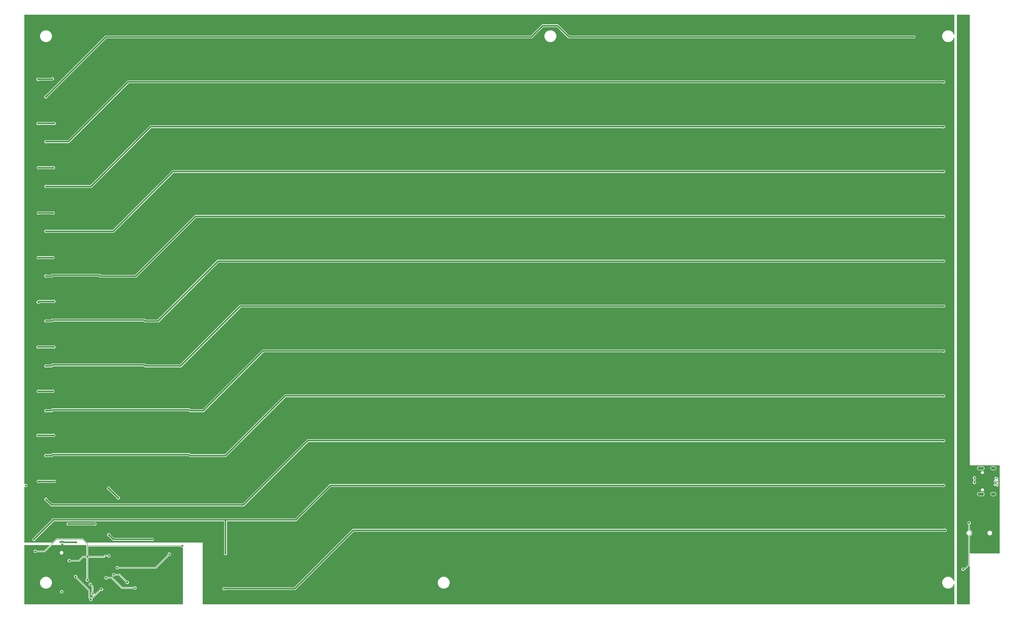
<source format=gbl>
G04 EAGLE Gerber RS-274X export*
G75*
%MOMM*%
%FSLAX34Y34*%
%LPD*%
%INBottom Copper*%
%IPPOS*%
%AMOC8*
5,1,8,0,0,1.08239X$1,22.5*%
G01*
%ADD10C,0.203200*%
%ADD11C,1.000000*%
%ADD12C,0.736600*%
%ADD13C,0.177800*%
%ADD14C,0.550000*%

G36*
X3110058Y2803D02*
X3110058Y2803D01*
X3110116Y2801D01*
X3110198Y2823D01*
X3110282Y2835D01*
X3110335Y2858D01*
X3110391Y2873D01*
X3110464Y2916D01*
X3110541Y2951D01*
X3110586Y2989D01*
X3110636Y3018D01*
X3110694Y3080D01*
X3110758Y3134D01*
X3110790Y3183D01*
X3110830Y3226D01*
X3110869Y3301D01*
X3110916Y3371D01*
X3110933Y3427D01*
X3110960Y3479D01*
X3110971Y3547D01*
X3111001Y3642D01*
X3111004Y3742D01*
X3111015Y3810D01*
X3111015Y69208D01*
X3111003Y69293D01*
X3111001Y69379D01*
X3110983Y69433D01*
X3110975Y69490D01*
X3110940Y69568D01*
X3110914Y69650D01*
X3110882Y69697D01*
X3110859Y69749D01*
X3110804Y69815D01*
X3110756Y69886D01*
X3110712Y69923D01*
X3110676Y69966D01*
X3110604Y70014D01*
X3110538Y70069D01*
X3110486Y70092D01*
X3110439Y70124D01*
X3110357Y70150D01*
X3110278Y70185D01*
X3110222Y70192D01*
X3110168Y70210D01*
X3110082Y70212D01*
X3109997Y70224D01*
X3109941Y70215D01*
X3109884Y70217D01*
X3109801Y70195D01*
X3109716Y70183D01*
X3109664Y70159D01*
X3109609Y70145D01*
X3109535Y70101D01*
X3109456Y70066D01*
X3109413Y70029D01*
X3109364Y70000D01*
X3109305Y69937D01*
X3109240Y69881D01*
X3109214Y69840D01*
X3109170Y69793D01*
X3109104Y69663D01*
X3109062Y69597D01*
X3106683Y63853D01*
X3101147Y58317D01*
X3093914Y55321D01*
X3086086Y55321D01*
X3078853Y58317D01*
X3073317Y63853D01*
X3070321Y71086D01*
X3070321Y78914D01*
X3073317Y86147D01*
X3078853Y91683D01*
X3086086Y94679D01*
X3093914Y94679D01*
X3101147Y91683D01*
X3106683Y86147D01*
X3109062Y80403D01*
X3109106Y80329D01*
X3109141Y80251D01*
X3109178Y80207D01*
X3109207Y80158D01*
X3109269Y80099D01*
X3109325Y80034D01*
X3109372Y80002D01*
X3109413Y79963D01*
X3109490Y79924D01*
X3109561Y79876D01*
X3109615Y79859D01*
X3109666Y79833D01*
X3109750Y79816D01*
X3109832Y79790D01*
X3109889Y79789D01*
X3109945Y79778D01*
X3110030Y79785D01*
X3110116Y79783D01*
X3110171Y79797D01*
X3110228Y79802D01*
X3110308Y79833D01*
X3110391Y79855D01*
X3110440Y79884D01*
X3110493Y79904D01*
X3110562Y79956D01*
X3110636Y80000D01*
X3110675Y80042D01*
X3110720Y80076D01*
X3110771Y80145D01*
X3110830Y80207D01*
X3110856Y80258D01*
X3110890Y80304D01*
X3110921Y80384D01*
X3110960Y80461D01*
X3110968Y80509D01*
X3110991Y80570D01*
X3111002Y80714D01*
X3111015Y80792D01*
X3111015Y1896708D01*
X3111003Y1896793D01*
X3111001Y1896879D01*
X3110983Y1896933D01*
X3110975Y1896990D01*
X3110940Y1897068D01*
X3110914Y1897150D01*
X3110882Y1897197D01*
X3110859Y1897249D01*
X3110804Y1897315D01*
X3110756Y1897386D01*
X3110712Y1897423D01*
X3110676Y1897466D01*
X3110604Y1897514D01*
X3110538Y1897569D01*
X3110486Y1897592D01*
X3110439Y1897624D01*
X3110357Y1897650D01*
X3110278Y1897685D01*
X3110222Y1897692D01*
X3110168Y1897710D01*
X3110082Y1897712D01*
X3109997Y1897724D01*
X3109941Y1897715D01*
X3109884Y1897717D01*
X3109801Y1897695D01*
X3109716Y1897683D01*
X3109664Y1897659D01*
X3109609Y1897645D01*
X3109535Y1897601D01*
X3109456Y1897566D01*
X3109413Y1897529D01*
X3109364Y1897500D01*
X3109305Y1897437D01*
X3109240Y1897381D01*
X3109214Y1897340D01*
X3109170Y1897293D01*
X3109104Y1897163D01*
X3109062Y1897097D01*
X3106683Y1891353D01*
X3101147Y1885817D01*
X3093914Y1882821D01*
X3086086Y1882821D01*
X3078853Y1885817D01*
X3073317Y1891353D01*
X3070321Y1898586D01*
X3070321Y1906414D01*
X3073317Y1913647D01*
X3078853Y1919183D01*
X3086086Y1922179D01*
X3093914Y1922179D01*
X3101147Y1919183D01*
X3106683Y1913647D01*
X3109062Y1907903D01*
X3109106Y1907829D01*
X3109141Y1907751D01*
X3109178Y1907707D01*
X3109207Y1907658D01*
X3109269Y1907599D01*
X3109325Y1907534D01*
X3109372Y1907502D01*
X3109413Y1907463D01*
X3109490Y1907424D01*
X3109561Y1907376D01*
X3109615Y1907359D01*
X3109666Y1907333D01*
X3109750Y1907316D01*
X3109832Y1907290D01*
X3109889Y1907289D01*
X3109945Y1907278D01*
X3110030Y1907285D01*
X3110116Y1907283D01*
X3110171Y1907297D01*
X3110228Y1907302D01*
X3110308Y1907333D01*
X3110391Y1907355D01*
X3110440Y1907384D01*
X3110493Y1907404D01*
X3110562Y1907456D01*
X3110636Y1907500D01*
X3110675Y1907542D01*
X3110720Y1907576D01*
X3110771Y1907645D01*
X3110830Y1907707D01*
X3110856Y1907758D01*
X3110890Y1907804D01*
X3110921Y1907884D01*
X3110960Y1907961D01*
X3110968Y1908009D01*
X3110991Y1908070D01*
X3111002Y1908214D01*
X3111015Y1908292D01*
X3111015Y1973690D01*
X3111007Y1973748D01*
X3111009Y1973806D01*
X3110987Y1973888D01*
X3110975Y1973972D01*
X3110952Y1974025D01*
X3110937Y1974081D01*
X3110894Y1974154D01*
X3110859Y1974231D01*
X3110821Y1974276D01*
X3110792Y1974326D01*
X3110730Y1974384D01*
X3110676Y1974448D01*
X3110627Y1974480D01*
X3110584Y1974520D01*
X3110509Y1974559D01*
X3110439Y1974606D01*
X3110383Y1974623D01*
X3110331Y1974650D01*
X3110263Y1974661D01*
X3110168Y1974691D01*
X3110068Y1974694D01*
X3110000Y1974705D01*
X3810Y1974705D01*
X3752Y1974697D01*
X3694Y1974699D01*
X3612Y1974677D01*
X3528Y1974665D01*
X3475Y1974642D01*
X3419Y1974627D01*
X3346Y1974584D01*
X3269Y1974549D01*
X3224Y1974511D01*
X3174Y1974482D01*
X3116Y1974420D01*
X3052Y1974366D01*
X3020Y1974317D01*
X2980Y1974274D01*
X2941Y1974199D01*
X2894Y1974129D01*
X2877Y1974073D01*
X2850Y1974021D01*
X2839Y1973953D01*
X2809Y1973858D01*
X2806Y1973758D01*
X2795Y1973690D01*
X2795Y405470D01*
X2799Y405440D01*
X2796Y405411D01*
X2819Y405300D01*
X2835Y405188D01*
X2847Y405161D01*
X2853Y405132D01*
X2905Y405032D01*
X2951Y404929D01*
X2970Y404906D01*
X2984Y404880D01*
X3062Y404798D01*
X3134Y404712D01*
X3159Y404695D01*
X3180Y404674D01*
X3277Y404617D01*
X3371Y404554D01*
X3400Y404545D01*
X3425Y404530D01*
X3534Y404503D01*
X3642Y404469D01*
X3672Y404468D01*
X3701Y404460D01*
X3813Y404464D01*
X3926Y404461D01*
X3955Y404469D01*
X3985Y404470D01*
X4092Y404505D01*
X4201Y404533D01*
X4227Y404548D01*
X4255Y404557D01*
X4290Y404582D01*
X6414Y405462D01*
X8586Y405462D01*
X10594Y404630D01*
X12130Y403094D01*
X12962Y401086D01*
X12962Y398914D01*
X12130Y396906D01*
X10594Y395370D01*
X8586Y394538D01*
X6414Y394538D01*
X4317Y395407D01*
X4301Y395419D01*
X4274Y395429D01*
X4249Y395446D01*
X4141Y395480D01*
X4036Y395520D01*
X4006Y395522D01*
X3978Y395531D01*
X3865Y395534D01*
X3752Y395544D01*
X3723Y395538D01*
X3694Y395539D01*
X3585Y395510D01*
X3474Y395488D01*
X3447Y395474D01*
X3419Y395467D01*
X3322Y395409D01*
X3221Y395357D01*
X3200Y395337D01*
X3174Y395322D01*
X3097Y395239D01*
X3015Y395162D01*
X3000Y395136D01*
X2980Y395114D01*
X2928Y395014D01*
X2871Y394917D01*
X2864Y394888D01*
X2850Y394861D01*
X2837Y394784D01*
X2801Y394641D01*
X2803Y394578D01*
X2795Y394530D01*
X2795Y210000D01*
X2803Y209942D01*
X2801Y209884D01*
X2823Y209802D01*
X2835Y209718D01*
X2858Y209665D01*
X2873Y209609D01*
X2916Y209536D01*
X2951Y209459D01*
X2989Y209414D01*
X3018Y209364D01*
X3080Y209306D01*
X3134Y209242D01*
X3183Y209210D01*
X3226Y209170D01*
X3301Y209131D01*
X3371Y209084D01*
X3427Y209067D01*
X3479Y209040D01*
X3547Y209029D01*
X3642Y208999D01*
X3742Y208996D01*
X3810Y208985D01*
X95091Y208985D01*
X95178Y208997D01*
X95266Y209000D01*
X95318Y209017D01*
X95373Y209025D01*
X95453Y209060D01*
X95536Y209087D01*
X95575Y209115D01*
X95632Y209141D01*
X95746Y209237D01*
X95809Y209282D01*
X107335Y220808D01*
X109195Y222668D01*
X199105Y222668D01*
X200965Y220808D01*
X212491Y209282D01*
X212560Y209230D01*
X212624Y209170D01*
X212674Y209144D01*
X212718Y209111D01*
X212800Y209080D01*
X212877Y209040D01*
X212925Y209032D01*
X212983Y209010D01*
X213131Y208998D01*
X213209Y208985D01*
X598985Y208985D01*
X598985Y3810D01*
X598993Y3752D01*
X598991Y3694D01*
X599013Y3612D01*
X599025Y3528D01*
X599049Y3475D01*
X599063Y3419D01*
X599106Y3346D01*
X599141Y3269D01*
X599179Y3224D01*
X599209Y3174D01*
X599270Y3116D01*
X599325Y3052D01*
X599373Y3020D01*
X599416Y2980D01*
X599491Y2941D01*
X599561Y2894D01*
X599617Y2877D01*
X599669Y2850D01*
X599737Y2839D01*
X599832Y2809D01*
X599932Y2806D01*
X600000Y2795D01*
X3110000Y2795D01*
X3110058Y2803D01*
G37*
G36*
X3161248Y2803D02*
X3161248Y2803D01*
X3161306Y2801D01*
X3161388Y2823D01*
X3161472Y2835D01*
X3161525Y2858D01*
X3161581Y2873D01*
X3161654Y2916D01*
X3161731Y2951D01*
X3161776Y2989D01*
X3161826Y3018D01*
X3161884Y3080D01*
X3161948Y3134D01*
X3161980Y3183D01*
X3162020Y3226D01*
X3162059Y3301D01*
X3162106Y3371D01*
X3162123Y3427D01*
X3162150Y3479D01*
X3162161Y3547D01*
X3162191Y3642D01*
X3162194Y3742D01*
X3162205Y3810D01*
X3162205Y130982D01*
X3162201Y131011D01*
X3162204Y131040D01*
X3162181Y131151D01*
X3162165Y131263D01*
X3162153Y131290D01*
X3162148Y131319D01*
X3162096Y131419D01*
X3162049Y131522D01*
X3162030Y131545D01*
X3162017Y131571D01*
X3161939Y131653D01*
X3161866Y131739D01*
X3161841Y131756D01*
X3161821Y131777D01*
X3161723Y131834D01*
X3161629Y131897D01*
X3161601Y131906D01*
X3161576Y131921D01*
X3161466Y131949D01*
X3161358Y131983D01*
X3161328Y131984D01*
X3161300Y131991D01*
X3161187Y131987D01*
X3161074Y131990D01*
X3161045Y131983D01*
X3161016Y131982D01*
X3160908Y131947D01*
X3160799Y131918D01*
X3160773Y131903D01*
X3160745Y131894D01*
X3160682Y131849D01*
X3160554Y131773D01*
X3160511Y131727D01*
X3160472Y131699D01*
X3146105Y117332D01*
X3145477Y117332D01*
X3145390Y117320D01*
X3145303Y117317D01*
X3145250Y117300D01*
X3145195Y117292D01*
X3145116Y117257D01*
X3145032Y117230D01*
X3144993Y117202D01*
X3144936Y117176D01*
X3144823Y117080D01*
X3144759Y117035D01*
X3143094Y115370D01*
X3141086Y114538D01*
X3138914Y114538D01*
X3136906Y115370D01*
X3135370Y116906D01*
X3134538Y118914D01*
X3134538Y121086D01*
X3135370Y123094D01*
X3136906Y124630D01*
X3138914Y125462D01*
X3141086Y125462D01*
X3143094Y124630D01*
X3143758Y123966D01*
X3143804Y123931D01*
X3143845Y123889D01*
X3143918Y123846D01*
X3143985Y123795D01*
X3144040Y123775D01*
X3144090Y123745D01*
X3144172Y123724D01*
X3144251Y123694D01*
X3144309Y123689D01*
X3144366Y123675D01*
X3144450Y123678D01*
X3144534Y123671D01*
X3144591Y123682D01*
X3144650Y123684D01*
X3144730Y123710D01*
X3144813Y123726D01*
X3144865Y123753D01*
X3144920Y123771D01*
X3144976Y123811D01*
X3145065Y123857D01*
X3145137Y123926D01*
X3145194Y123966D01*
X3157035Y135808D01*
X3157087Y135877D01*
X3157147Y135941D01*
X3157173Y135991D01*
X3157206Y136035D01*
X3157237Y136117D01*
X3157277Y136194D01*
X3157285Y136242D01*
X3157307Y136301D01*
X3157319Y136448D01*
X3157332Y136526D01*
X3157332Y230848D01*
X3157972Y231488D01*
X3157990Y231512D01*
X3158012Y231531D01*
X3158074Y231623D01*
X3158112Y231668D01*
X3158117Y231681D01*
X3158143Y231715D01*
X3158154Y231743D01*
X3158170Y231767D01*
X3158204Y231875D01*
X3158207Y231882D01*
X3158227Y231928D01*
X3158229Y231940D01*
X3158245Y231981D01*
X3158247Y232010D01*
X3158256Y232038D01*
X3158259Y232152D01*
X3158260Y232163D01*
X3158266Y232209D01*
X3158264Y232220D01*
X3158268Y232264D01*
X3158262Y232293D01*
X3158263Y232322D01*
X3158234Y232432D01*
X3158232Y232444D01*
X3158225Y232491D01*
X3158221Y232501D01*
X3158212Y232543D01*
X3158199Y232569D01*
X3158191Y232597D01*
X3158134Y232695D01*
X3158130Y232701D01*
X3158108Y232750D01*
X3158100Y232759D01*
X3158081Y232795D01*
X3158061Y232817D01*
X3158046Y232842D01*
X3157965Y232918D01*
X3157924Y232966D01*
X3157912Y232974D01*
X3157885Y233001D01*
X3157860Y233016D01*
X3157839Y233036D01*
X3157738Y233088D01*
X3157640Y233145D01*
X3157631Y233148D01*
X3154594Y234406D01*
X3152406Y236594D01*
X3151221Y239453D01*
X3151221Y242547D01*
X3152406Y245406D01*
X3154594Y247594D01*
X3157639Y248856D01*
X3157701Y248893D01*
X3157795Y248935D01*
X3157818Y248954D01*
X3157844Y248967D01*
X3157870Y248992D01*
X3157884Y249001D01*
X3157928Y249047D01*
X3158012Y249118D01*
X3158029Y249143D01*
X3158050Y249163D01*
X3158070Y249198D01*
X3158079Y249207D01*
X3158105Y249256D01*
X3158107Y249261D01*
X3158170Y249355D01*
X3158179Y249383D01*
X3158194Y249408D01*
X3158204Y249450D01*
X3158209Y249460D01*
X3158219Y249507D01*
X3158222Y249518D01*
X3158256Y249626D01*
X3158257Y249656D01*
X3158264Y249684D01*
X3158262Y249728D01*
X3158265Y249739D01*
X3158261Y249785D01*
X3158260Y249797D01*
X3158263Y249910D01*
X3158256Y249939D01*
X3158255Y249968D01*
X3158241Y250010D01*
X3158240Y250022D01*
X3158223Y250068D01*
X3158220Y250076D01*
X3158191Y250185D01*
X3158176Y250211D01*
X3158167Y250239D01*
X3158145Y250270D01*
X3158138Y250287D01*
X3158104Y250333D01*
X3158046Y250430D01*
X3158000Y250473D01*
X3157972Y250512D01*
X3157332Y251152D01*
X3157332Y269523D01*
X3157320Y269610D01*
X3157317Y269697D01*
X3157300Y269750D01*
X3157292Y269805D01*
X3157257Y269884D01*
X3157230Y269968D01*
X3157202Y270007D01*
X3157176Y270064D01*
X3157080Y270177D01*
X3157035Y270241D01*
X3155370Y271906D01*
X3154538Y273914D01*
X3154538Y276086D01*
X3155370Y278094D01*
X3156906Y279630D01*
X3158914Y280462D01*
X3161086Y280462D01*
X3163094Y279630D01*
X3164630Y278094D01*
X3165462Y276086D01*
X3165462Y273914D01*
X3164630Y271906D01*
X3162965Y270241D01*
X3162913Y270171D01*
X3162853Y270107D01*
X3162827Y270058D01*
X3162794Y270014D01*
X3162763Y269932D01*
X3162723Y269854D01*
X3162715Y269807D01*
X3162693Y269748D01*
X3162681Y269600D01*
X3162668Y269523D01*
X3162668Y253783D01*
X3162680Y253696D01*
X3162683Y253609D01*
X3162700Y253556D01*
X3162708Y253501D01*
X3162743Y253421D01*
X3162770Y253338D01*
X3162798Y253299D01*
X3162824Y253242D01*
X3162920Y253128D01*
X3162965Y253065D01*
X3170335Y245695D01*
X3170335Y236305D01*
X3162965Y228935D01*
X3162913Y228866D01*
X3162853Y228802D01*
X3162827Y228752D01*
X3162794Y228708D01*
X3162763Y228626D01*
X3162723Y228549D01*
X3162715Y228501D01*
X3162693Y228442D01*
X3162686Y228363D01*
X3162682Y228348D01*
X3162680Y228292D01*
X3162668Y228217D01*
X3162668Y173810D01*
X3162676Y173752D01*
X3162674Y173694D01*
X3162696Y173612D01*
X3162708Y173528D01*
X3162731Y173475D01*
X3162746Y173419D01*
X3162789Y173346D01*
X3162824Y173269D01*
X3162862Y173224D01*
X3162891Y173174D01*
X3162953Y173116D01*
X3163007Y173052D01*
X3163056Y173020D01*
X3163099Y172980D01*
X3163174Y172941D01*
X3163244Y172894D01*
X3163300Y172877D01*
X3163352Y172850D01*
X3163420Y172839D01*
X3163515Y172809D01*
X3163615Y172806D01*
X3163683Y172795D01*
X3261190Y172795D01*
X3261248Y172803D01*
X3261306Y172801D01*
X3261388Y172823D01*
X3261472Y172835D01*
X3261525Y172858D01*
X3261581Y172873D01*
X3261654Y172916D01*
X3261731Y172951D01*
X3261776Y172989D01*
X3261826Y173018D01*
X3261884Y173080D01*
X3261948Y173134D01*
X3261980Y173183D01*
X3262020Y173226D01*
X3262059Y173301D01*
X3262106Y173371D01*
X3262123Y173427D01*
X3262150Y173479D01*
X3262161Y173547D01*
X3262191Y173642D01*
X3262194Y173742D01*
X3262205Y173810D01*
X3262205Y466190D01*
X3262197Y466248D01*
X3262199Y466306D01*
X3262177Y466388D01*
X3262165Y466472D01*
X3262142Y466525D01*
X3262127Y466581D01*
X3262084Y466654D01*
X3262049Y466731D01*
X3262011Y466776D01*
X3261982Y466826D01*
X3261920Y466884D01*
X3261866Y466948D01*
X3261817Y466980D01*
X3261774Y467020D01*
X3261699Y467059D01*
X3261629Y467106D01*
X3261573Y467123D01*
X3261521Y467150D01*
X3261453Y467161D01*
X3261358Y467191D01*
X3261258Y467194D01*
X3261190Y467205D01*
X3163842Y467205D01*
X3162205Y468842D01*
X3162205Y1973690D01*
X3162197Y1973748D01*
X3162199Y1973806D01*
X3162177Y1973888D01*
X3162165Y1973972D01*
X3162142Y1974025D01*
X3162127Y1974081D01*
X3162084Y1974154D01*
X3162049Y1974231D01*
X3162011Y1974276D01*
X3161982Y1974326D01*
X3161920Y1974384D01*
X3161866Y1974448D01*
X3161817Y1974480D01*
X3161774Y1974520D01*
X3161699Y1974559D01*
X3161629Y1974606D01*
X3161573Y1974623D01*
X3161521Y1974650D01*
X3161453Y1974661D01*
X3161358Y1974691D01*
X3161258Y1974694D01*
X3161190Y1974705D01*
X3120000Y1974705D01*
X3119942Y1974697D01*
X3119884Y1974699D01*
X3119802Y1974677D01*
X3119719Y1974665D01*
X3119665Y1974642D01*
X3119609Y1974627D01*
X3119536Y1974584D01*
X3119459Y1974549D01*
X3119414Y1974511D01*
X3119364Y1974482D01*
X3119306Y1974420D01*
X3119242Y1974366D01*
X3119210Y1974317D01*
X3119170Y1974274D01*
X3119131Y1974199D01*
X3119085Y1974129D01*
X3119067Y1974073D01*
X3119040Y1974021D01*
X3119029Y1973953D01*
X3118999Y1973858D01*
X3118996Y1973758D01*
X3118985Y1973690D01*
X3118985Y3810D01*
X3118993Y3752D01*
X3118991Y3694D01*
X3119013Y3612D01*
X3119025Y3528D01*
X3119049Y3475D01*
X3119063Y3419D01*
X3119106Y3346D01*
X3119141Y3269D01*
X3119179Y3224D01*
X3119209Y3174D01*
X3119270Y3116D01*
X3119325Y3052D01*
X3119373Y3020D01*
X3119416Y2980D01*
X3119491Y2941D01*
X3119561Y2894D01*
X3119617Y2877D01*
X3119669Y2850D01*
X3119737Y2839D01*
X3119832Y2809D01*
X3119932Y2806D01*
X3120000Y2795D01*
X3161190Y2795D01*
X3161248Y2803D01*
G37*
G36*
X531878Y2803D02*
X531878Y2803D01*
X531936Y2801D01*
X532018Y2823D01*
X532102Y2835D01*
X532155Y2858D01*
X532211Y2873D01*
X532284Y2916D01*
X532361Y2951D01*
X532406Y2989D01*
X532456Y3018D01*
X532514Y3080D01*
X532578Y3134D01*
X532610Y3183D01*
X532650Y3226D01*
X532689Y3301D01*
X532736Y3371D01*
X532753Y3427D01*
X532780Y3479D01*
X532791Y3547D01*
X532821Y3642D01*
X532824Y3742D01*
X532835Y3810D01*
X532835Y191976D01*
X532819Y192090D01*
X532809Y192205D01*
X532799Y192230D01*
X532795Y192258D01*
X532748Y192363D01*
X532707Y192470D01*
X532690Y192492D01*
X532679Y192517D01*
X532605Y192605D01*
X532535Y192696D01*
X532513Y192713D01*
X532496Y192734D01*
X532400Y192798D01*
X532308Y192867D01*
X532282Y192876D01*
X532259Y192892D01*
X532149Y192926D01*
X532042Y192967D01*
X532014Y192969D01*
X531988Y192977D01*
X531873Y192980D01*
X531758Y192990D01*
X531734Y192984D01*
X531704Y192985D01*
X531679Y192978D01*
X529414Y192978D01*
X527406Y193810D01*
X525741Y195475D01*
X525671Y195527D01*
X525607Y195587D01*
X525558Y195613D01*
X525514Y195646D01*
X525432Y195677D01*
X525354Y195717D01*
X525307Y195725D01*
X525248Y195747D01*
X525100Y195759D01*
X525023Y195772D01*
X216733Y195772D01*
X216675Y195764D01*
X216617Y195766D01*
X216535Y195744D01*
X216451Y195732D01*
X216398Y195709D01*
X216342Y195694D01*
X216269Y195651D01*
X216192Y195616D01*
X216147Y195578D01*
X216097Y195549D01*
X216039Y195487D01*
X215975Y195433D01*
X215943Y195384D01*
X215903Y195341D01*
X215864Y195266D01*
X215817Y195196D01*
X215800Y195140D01*
X215773Y195088D01*
X215762Y195020D01*
X215732Y194925D01*
X215729Y194825D01*
X215718Y194757D01*
X215718Y166977D01*
X215730Y166890D01*
X215733Y166803D01*
X215750Y166750D01*
X215758Y166695D01*
X215793Y166616D01*
X215820Y166532D01*
X215848Y166493D01*
X215874Y166436D01*
X215970Y166323D01*
X216015Y166259D01*
X217622Y164652D01*
X217692Y164600D01*
X217756Y164540D01*
X217805Y164514D01*
X217849Y164481D01*
X217931Y164450D01*
X218009Y164410D01*
X218056Y164402D01*
X218115Y164380D01*
X218263Y164368D01*
X218340Y164355D01*
X266412Y164355D01*
X266498Y164367D01*
X266586Y164370D01*
X266639Y164387D01*
X266693Y164395D01*
X266773Y164430D01*
X266856Y164457D01*
X266896Y164485D01*
X266953Y164511D01*
X267066Y164607D01*
X267130Y164652D01*
X270272Y167795D01*
X279650Y167795D01*
X279737Y167807D01*
X279824Y167810D01*
X279877Y167827D01*
X279932Y167835D01*
X280011Y167870D01*
X280095Y167897D01*
X280134Y167925D01*
X280191Y167951D01*
X280304Y168047D01*
X280368Y168092D01*
X281906Y169630D01*
X283914Y170462D01*
X286086Y170462D01*
X288094Y169630D01*
X289630Y168094D01*
X290462Y166086D01*
X290462Y163914D01*
X289630Y161906D01*
X288094Y160370D01*
X286086Y159538D01*
X283914Y159538D01*
X281906Y160370D01*
X280368Y161908D01*
X280298Y161960D01*
X280234Y162020D01*
X280185Y162046D01*
X280141Y162079D01*
X280059Y162110D01*
X279981Y162150D01*
X279934Y162158D01*
X279875Y162180D01*
X279727Y162192D01*
X279650Y162205D01*
X273008Y162205D01*
X272922Y162193D01*
X272834Y162190D01*
X272781Y162173D01*
X272727Y162165D01*
X272647Y162130D01*
X272564Y162103D01*
X272524Y162075D01*
X272467Y162049D01*
X272354Y161953D01*
X272290Y161908D01*
X269148Y158765D01*
X218460Y158765D01*
X218373Y158753D01*
X218286Y158750D01*
X218233Y158733D01*
X218178Y158725D01*
X218099Y158690D01*
X218015Y158663D01*
X217976Y158635D01*
X217919Y158609D01*
X217806Y158513D01*
X217742Y158468D01*
X216015Y156741D01*
X215963Y156671D01*
X215903Y156607D01*
X215877Y156558D01*
X215844Y156514D01*
X215813Y156432D01*
X215773Y156354D01*
X215765Y156307D01*
X215743Y156248D01*
X215731Y156100D01*
X215718Y156023D01*
X215718Y149755D01*
X215730Y149669D01*
X215733Y149581D01*
X215750Y149528D01*
X215758Y149474D01*
X215793Y149394D01*
X215820Y149311D01*
X215845Y149276D01*
X215845Y89170D01*
X215857Y89083D01*
X215860Y88996D01*
X215877Y88943D01*
X215885Y88888D01*
X215920Y88809D01*
X215947Y88725D01*
X215975Y88686D01*
X216001Y88629D01*
X216097Y88516D01*
X216142Y88452D01*
X217680Y86914D01*
X218512Y84906D01*
X218512Y82734D01*
X217680Y80726D01*
X216144Y79190D01*
X214136Y78358D01*
X211964Y78358D01*
X209956Y79190D01*
X208420Y80726D01*
X207588Y82734D01*
X207588Y84906D01*
X208420Y86914D01*
X209958Y88452D01*
X210010Y88522D01*
X210070Y88586D01*
X210096Y88635D01*
X210129Y88679D01*
X210160Y88761D01*
X210200Y88839D01*
X210208Y88886D01*
X210230Y88945D01*
X210242Y89093D01*
X210255Y89170D01*
X210255Y149264D01*
X210256Y149264D01*
X210287Y149346D01*
X210327Y149424D01*
X210335Y149472D01*
X210357Y149530D01*
X210369Y149678D01*
X210382Y149755D01*
X210382Y156023D01*
X210370Y156110D01*
X210367Y156197D01*
X210350Y156250D01*
X210342Y156305D01*
X210307Y156384D01*
X210280Y156468D01*
X210252Y156507D01*
X210226Y156564D01*
X210130Y156677D01*
X210085Y156741D01*
X208358Y158468D01*
X208288Y158520D01*
X208224Y158580D01*
X208175Y158606D01*
X208131Y158639D01*
X208049Y158670D01*
X207971Y158710D01*
X207924Y158718D01*
X207865Y158740D01*
X207717Y158752D01*
X207640Y158765D01*
X200318Y158765D01*
X200232Y158753D01*
X200144Y158750D01*
X200091Y158733D01*
X200037Y158725D01*
X199957Y158690D01*
X199874Y158663D01*
X199834Y158635D01*
X199777Y158609D01*
X199664Y158513D01*
X199600Y158468D01*
X186638Y145505D01*
X158250Y145505D01*
X158163Y145493D01*
X158076Y145490D01*
X158023Y145473D01*
X157968Y145465D01*
X157889Y145430D01*
X157805Y145403D01*
X157766Y145375D01*
X157709Y145349D01*
X157596Y145253D01*
X157532Y145208D01*
X155994Y143670D01*
X153986Y142838D01*
X151814Y142838D01*
X149806Y143670D01*
X148270Y145206D01*
X147438Y147214D01*
X147438Y149386D01*
X148270Y151394D01*
X149806Y152930D01*
X151814Y153762D01*
X153986Y153762D01*
X155994Y152930D01*
X157532Y151392D01*
X157602Y151340D01*
X157666Y151280D01*
X157715Y151254D01*
X157759Y151221D01*
X157841Y151190D01*
X157919Y151150D01*
X157966Y151142D01*
X158025Y151120D01*
X158173Y151108D01*
X158250Y151095D01*
X183902Y151095D01*
X183988Y151107D01*
X184076Y151110D01*
X184129Y151127D01*
X184183Y151135D01*
X184263Y151170D01*
X184346Y151197D01*
X184386Y151225D01*
X184443Y151251D01*
X184556Y151347D01*
X184620Y151392D01*
X197582Y164355D01*
X207760Y164355D01*
X207847Y164367D01*
X207934Y164370D01*
X207987Y164387D01*
X208042Y164395D01*
X208121Y164430D01*
X208205Y164457D01*
X208244Y164485D01*
X208301Y164511D01*
X208414Y164607D01*
X208478Y164652D01*
X210085Y166259D01*
X210137Y166329D01*
X210197Y166393D01*
X210223Y166442D01*
X210256Y166486D01*
X210287Y166568D01*
X210327Y166646D01*
X210335Y166693D01*
X210357Y166752D01*
X210369Y166900D01*
X210382Y166977D01*
X210382Y200000D01*
X210374Y200058D01*
X210376Y200116D01*
X210354Y200198D01*
X210342Y200282D01*
X210319Y200335D01*
X210304Y200391D01*
X210261Y200464D01*
X210226Y200541D01*
X210188Y200586D01*
X210159Y200636D01*
X210097Y200694D01*
X210043Y200758D01*
X209994Y200790D01*
X209951Y200830D01*
X209876Y200869D01*
X209806Y200916D01*
X209750Y200933D01*
X209698Y200960D01*
X209630Y200971D01*
X209535Y201001D01*
X209435Y201004D01*
X209367Y201015D01*
X95509Y201015D01*
X95422Y201003D01*
X95334Y201000D01*
X95282Y200983D01*
X95227Y200975D01*
X95147Y200940D01*
X95064Y200913D01*
X95025Y200885D01*
X94968Y200859D01*
X94854Y200763D01*
X94791Y200718D01*
X73092Y179019D01*
X73040Y178949D01*
X72980Y178886D01*
X72954Y178836D01*
X72921Y178792D01*
X72890Y178710D01*
X72850Y178633D01*
X72843Y178591D01*
X71158Y176905D01*
X44350Y176905D01*
X44263Y176893D01*
X44176Y176890D01*
X44123Y176873D01*
X44068Y176865D01*
X43989Y176830D01*
X43905Y176803D01*
X43866Y176775D01*
X43809Y176749D01*
X43696Y176653D01*
X43632Y176608D01*
X42094Y175070D01*
X40086Y174238D01*
X37914Y174238D01*
X35906Y175070D01*
X34370Y176606D01*
X33538Y178614D01*
X33538Y180786D01*
X34370Y182794D01*
X35906Y184330D01*
X37914Y185162D01*
X40086Y185162D01*
X42094Y184330D01*
X43632Y182792D01*
X43702Y182740D01*
X43766Y182680D01*
X43815Y182654D01*
X43859Y182621D01*
X43941Y182590D01*
X44019Y182550D01*
X44066Y182542D01*
X44125Y182520D01*
X44273Y182508D01*
X44350Y182495D01*
X68601Y182495D01*
X68688Y182507D01*
X68775Y182510D01*
X68828Y182527D01*
X68883Y182535D01*
X68963Y182570D01*
X69046Y182597D01*
X69085Y182625D01*
X69142Y182651D01*
X69256Y182747D01*
X69319Y182792D01*
X85809Y199282D01*
X85827Y199306D01*
X85849Y199325D01*
X85912Y199419D01*
X85980Y199509D01*
X85991Y199537D01*
X86007Y199561D01*
X86041Y199669D01*
X86081Y199775D01*
X86084Y199804D01*
X86093Y199832D01*
X86096Y199946D01*
X86105Y200058D01*
X86099Y200087D01*
X86100Y200116D01*
X86071Y200226D01*
X86049Y200337D01*
X86036Y200363D01*
X86028Y200391D01*
X85970Y200489D01*
X85918Y200589D01*
X85898Y200611D01*
X85883Y200636D01*
X85800Y200713D01*
X85722Y200795D01*
X85697Y200810D01*
X85676Y200830D01*
X85575Y200882D01*
X85477Y200939D01*
X85449Y200946D01*
X85423Y200960D01*
X85345Y200973D01*
X85202Y201009D01*
X85139Y201007D01*
X85091Y201015D01*
X3810Y201015D01*
X3752Y201007D01*
X3694Y201009D01*
X3612Y200987D01*
X3528Y200975D01*
X3475Y200952D01*
X3419Y200937D01*
X3346Y200894D01*
X3269Y200859D01*
X3224Y200821D01*
X3174Y200792D01*
X3116Y200730D01*
X3052Y200676D01*
X3020Y200627D01*
X2980Y200584D01*
X2941Y200509D01*
X2894Y200439D01*
X2877Y200383D01*
X2850Y200331D01*
X2839Y200263D01*
X2809Y200168D01*
X2806Y200068D01*
X2795Y200000D01*
X2795Y3810D01*
X2803Y3752D01*
X2801Y3694D01*
X2823Y3612D01*
X2835Y3528D01*
X2858Y3475D01*
X2873Y3419D01*
X2916Y3346D01*
X2951Y3269D01*
X2989Y3224D01*
X3018Y3174D01*
X3080Y3116D01*
X3134Y3052D01*
X3183Y3020D01*
X3226Y2980D01*
X3301Y2941D01*
X3371Y2894D01*
X3427Y2877D01*
X3479Y2850D01*
X3547Y2839D01*
X3642Y2809D01*
X3742Y2806D01*
X3810Y2795D01*
X531820Y2795D01*
X531878Y2803D01*
G37*
%LPC*%
G36*
X673914Y167038D02*
X673914Y167038D01*
X671906Y167870D01*
X670370Y169406D01*
X669538Y171414D01*
X669538Y173586D01*
X670394Y175652D01*
X670402Y175682D01*
X670416Y175710D01*
X670429Y175787D01*
X670465Y175928D01*
X670463Y175992D01*
X670471Y176041D01*
X670471Y279456D01*
X670463Y279514D01*
X670465Y279572D01*
X670443Y279654D01*
X670431Y279738D01*
X670408Y279791D01*
X670393Y279847D01*
X670350Y279920D01*
X670315Y279997D01*
X670277Y280042D01*
X670248Y280092D01*
X670186Y280150D01*
X670132Y280214D01*
X670083Y280246D01*
X670040Y280286D01*
X669965Y280325D01*
X669895Y280372D01*
X669839Y280389D01*
X669787Y280416D01*
X669719Y280427D01*
X669624Y280457D01*
X669524Y280460D01*
X669456Y280471D01*
X103541Y280471D01*
X103510Y280467D01*
X103479Y280469D01*
X103403Y280452D01*
X103259Y280431D01*
X103201Y280405D01*
X103152Y280394D01*
X101028Y279514D01*
X101001Y279498D01*
X100972Y279489D01*
X100908Y279443D01*
X100783Y279370D01*
X100739Y279323D01*
X100699Y279294D01*
X40706Y219301D01*
X40688Y219277D01*
X40664Y219257D01*
X40622Y219190D01*
X40535Y219074D01*
X40512Y219014D01*
X40486Y218972D01*
X39630Y216906D01*
X38094Y215370D01*
X36086Y214538D01*
X33914Y214538D01*
X31906Y215370D01*
X30370Y216906D01*
X29538Y218914D01*
X29538Y221086D01*
X30370Y223094D01*
X31906Y224630D01*
X33972Y225486D01*
X33999Y225502D01*
X34028Y225511D01*
X34092Y225557D01*
X34217Y225630D01*
X34261Y225677D01*
X34301Y225706D01*
X94294Y285699D01*
X94312Y285723D01*
X94336Y285743D01*
X94378Y285810D01*
X94465Y285926D01*
X94488Y285986D01*
X94514Y286028D01*
X95370Y288094D01*
X96906Y289630D01*
X98914Y290462D01*
X101086Y290462D01*
X103152Y289606D01*
X103182Y289598D01*
X103210Y289584D01*
X103287Y289571D01*
X103428Y289535D01*
X103492Y289537D01*
X103541Y289529D01*
X907704Y289529D01*
X907790Y289541D01*
X907878Y289544D01*
X907930Y289561D01*
X907985Y289569D01*
X908065Y289604D01*
X908148Y289631D01*
X908187Y289659D01*
X908245Y289685D01*
X908358Y289781D01*
X908422Y289826D01*
X1020174Y401579D01*
X1023124Y404529D01*
X3071459Y404529D01*
X3071490Y404533D01*
X3071521Y404531D01*
X3071597Y404548D01*
X3071741Y404569D01*
X3071799Y404595D01*
X3071848Y404606D01*
X3073914Y405462D01*
X3076086Y405462D01*
X3078094Y404630D01*
X3079630Y403094D01*
X3080462Y401086D01*
X3080462Y398914D01*
X3079630Y396906D01*
X3078094Y395370D01*
X3076086Y394538D01*
X3073914Y394538D01*
X3071848Y395394D01*
X3071818Y395402D01*
X3071790Y395416D01*
X3071713Y395429D01*
X3071572Y395465D01*
X3071508Y395463D01*
X3071459Y395471D01*
X1027296Y395471D01*
X1027210Y395459D01*
X1027122Y395456D01*
X1027070Y395439D01*
X1027015Y395431D01*
X1026935Y395396D01*
X1026852Y395369D01*
X1026813Y395341D01*
X1026755Y395315D01*
X1026642Y395219D01*
X1026579Y395174D01*
X914826Y283422D01*
X914826Y283421D01*
X911876Y280471D01*
X680544Y280471D01*
X680486Y280463D01*
X680428Y280465D01*
X680346Y280443D01*
X680262Y280431D01*
X680209Y280408D01*
X680153Y280393D01*
X680080Y280350D01*
X680003Y280315D01*
X679958Y280277D01*
X679908Y280248D01*
X679850Y280186D01*
X679786Y280132D01*
X679754Y280083D01*
X679714Y280040D01*
X679675Y279965D01*
X679628Y279895D01*
X679611Y279839D01*
X679584Y279787D01*
X679573Y279719D01*
X679543Y279624D01*
X679540Y279524D01*
X679529Y279456D01*
X679529Y176041D01*
X679533Y176010D01*
X679531Y175979D01*
X679548Y175903D01*
X679569Y175759D01*
X679595Y175701D01*
X679606Y175652D01*
X680462Y173586D01*
X680462Y171414D01*
X679630Y169406D01*
X678094Y167870D01*
X676086Y167038D01*
X673914Y167038D01*
G37*
%LPD*%
%LPC*%
G36*
X91624Y330471D02*
X91624Y330471D01*
X74301Y347794D01*
X74277Y347813D01*
X74257Y347836D01*
X74190Y347878D01*
X74074Y347965D01*
X74014Y347988D01*
X73972Y348014D01*
X71906Y348870D01*
X70370Y350406D01*
X69538Y352414D01*
X69538Y354586D01*
X70370Y356594D01*
X71906Y358130D01*
X73914Y358962D01*
X76086Y358962D01*
X78094Y358130D01*
X79630Y356594D01*
X80486Y354528D01*
X80502Y354501D01*
X80511Y354472D01*
X80557Y354408D01*
X80630Y354283D01*
X80677Y354239D01*
X80706Y354199D01*
X95079Y339826D01*
X95148Y339774D01*
X95212Y339714D01*
X95262Y339688D01*
X95306Y339655D01*
X95387Y339624D01*
X95465Y339584D01*
X95513Y339576D01*
X95571Y339554D01*
X95719Y339542D01*
X95796Y339529D01*
X732704Y339529D01*
X732790Y339541D01*
X732878Y339544D01*
X732930Y339561D01*
X732985Y339569D01*
X733065Y339604D01*
X733148Y339631D01*
X733187Y339659D01*
X733245Y339685D01*
X733358Y339781D01*
X733421Y339826D01*
X948124Y554529D01*
X3071459Y554529D01*
X3071490Y554533D01*
X3071521Y554531D01*
X3071597Y554548D01*
X3071741Y554569D01*
X3071799Y554595D01*
X3071848Y554606D01*
X3073914Y555462D01*
X3076086Y555462D01*
X3078094Y554630D01*
X3079630Y553094D01*
X3080462Y551086D01*
X3080462Y548914D01*
X3079630Y546906D01*
X3078094Y545370D01*
X3076086Y544538D01*
X3073914Y544538D01*
X3071848Y545394D01*
X3071818Y545402D01*
X3071790Y545416D01*
X3071713Y545429D01*
X3071572Y545465D01*
X3071508Y545463D01*
X3071459Y545471D01*
X952296Y545471D01*
X952210Y545459D01*
X952122Y545456D01*
X952070Y545439D01*
X952015Y545431D01*
X951935Y545396D01*
X951852Y545369D01*
X951813Y545341D01*
X951755Y545315D01*
X951642Y545219D01*
X951579Y545174D01*
X736876Y330471D01*
X91624Y330471D01*
G37*
%LPD*%
%LPC*%
G36*
X73914Y1094538D02*
X73914Y1094538D01*
X71906Y1095370D01*
X70370Y1096906D01*
X69538Y1098914D01*
X69538Y1101086D01*
X70370Y1103094D01*
X71906Y1104630D01*
X73914Y1105462D01*
X76086Y1105462D01*
X78152Y1104606D01*
X78182Y1104598D01*
X78210Y1104584D01*
X78287Y1104571D01*
X78428Y1104535D01*
X78492Y1104537D01*
X78541Y1104529D01*
X91091Y1104529D01*
X91178Y1104541D01*
X91266Y1104544D01*
X91318Y1104561D01*
X91373Y1104569D01*
X91453Y1104604D01*
X91536Y1104631D01*
X91575Y1104659D01*
X91632Y1104685D01*
X91746Y1104781D01*
X91809Y1104826D01*
X94723Y1107740D01*
X255277Y1107740D01*
X258191Y1104826D01*
X258260Y1104774D01*
X258324Y1104714D01*
X258374Y1104688D01*
X258418Y1104655D01*
X258500Y1104624D01*
X258577Y1104584D01*
X258625Y1104576D01*
X258683Y1104554D01*
X258831Y1104542D01*
X258909Y1104529D01*
X372704Y1104529D01*
X372790Y1104541D01*
X372878Y1104544D01*
X372930Y1104561D01*
X372985Y1104569D01*
X373065Y1104604D01*
X373148Y1104631D01*
X373187Y1104659D01*
X373245Y1104685D01*
X373358Y1104781D01*
X373421Y1104826D01*
X573124Y1304529D01*
X3071459Y1304529D01*
X3071490Y1304533D01*
X3071521Y1304531D01*
X3071597Y1304548D01*
X3071741Y1304569D01*
X3071799Y1304595D01*
X3071848Y1304606D01*
X3073914Y1305462D01*
X3076086Y1305462D01*
X3078094Y1304630D01*
X3079630Y1303094D01*
X3080462Y1301086D01*
X3080462Y1298914D01*
X3079630Y1296906D01*
X3078094Y1295370D01*
X3076086Y1294538D01*
X3073914Y1294538D01*
X3071848Y1295394D01*
X3071818Y1295402D01*
X3071790Y1295416D01*
X3071713Y1295429D01*
X3071572Y1295465D01*
X3071508Y1295463D01*
X3071459Y1295471D01*
X577296Y1295471D01*
X577210Y1295459D01*
X577122Y1295456D01*
X577070Y1295439D01*
X577015Y1295431D01*
X576935Y1295396D01*
X576852Y1295369D01*
X576813Y1295341D01*
X576755Y1295315D01*
X576642Y1295219D01*
X576579Y1295174D01*
X376876Y1095471D01*
X254736Y1095471D01*
X251823Y1098385D01*
X251753Y1098437D01*
X251689Y1098497D01*
X251640Y1098523D01*
X251595Y1098556D01*
X251514Y1098587D01*
X251436Y1098627D01*
X251388Y1098635D01*
X251330Y1098657D01*
X251182Y1098669D01*
X251105Y1098682D01*
X98895Y1098682D01*
X98809Y1098670D01*
X98721Y1098667D01*
X98669Y1098650D01*
X98614Y1098642D01*
X98534Y1098607D01*
X98451Y1098580D01*
X98411Y1098552D01*
X98354Y1098526D01*
X98241Y1098430D01*
X98177Y1098385D01*
X95264Y1095471D01*
X78541Y1095471D01*
X78510Y1095467D01*
X78479Y1095469D01*
X78403Y1095452D01*
X78259Y1095431D01*
X78201Y1095405D01*
X78152Y1095394D01*
X76086Y1094538D01*
X73914Y1094538D01*
G37*
%LPD*%
%LPC*%
G36*
X73914Y944538D02*
X73914Y944538D01*
X71906Y945370D01*
X70370Y946906D01*
X69538Y948914D01*
X69538Y951086D01*
X70370Y953094D01*
X71906Y954630D01*
X73914Y955462D01*
X76086Y955462D01*
X78152Y954606D01*
X78182Y954598D01*
X78210Y954584D01*
X78287Y954571D01*
X78428Y954535D01*
X78492Y954537D01*
X78541Y954529D01*
X91091Y954529D01*
X91178Y954541D01*
X91266Y954544D01*
X91318Y954561D01*
X91373Y954569D01*
X91453Y954604D01*
X91536Y954631D01*
X91575Y954659D01*
X91632Y954685D01*
X91746Y954781D01*
X91809Y954826D01*
X94723Y957740D01*
X405277Y957740D01*
X408191Y954826D01*
X408260Y954774D01*
X408324Y954714D01*
X408374Y954688D01*
X408418Y954655D01*
X408500Y954624D01*
X408577Y954584D01*
X408625Y954576D01*
X408683Y954554D01*
X408831Y954542D01*
X408909Y954529D01*
X447704Y954529D01*
X447790Y954541D01*
X447878Y954544D01*
X447930Y954561D01*
X447985Y954569D01*
X448065Y954604D01*
X448148Y954631D01*
X448187Y954659D01*
X448245Y954685D01*
X448358Y954781D01*
X448421Y954826D01*
X648124Y1154529D01*
X3071459Y1154529D01*
X3071490Y1154533D01*
X3071521Y1154531D01*
X3071597Y1154548D01*
X3071741Y1154569D01*
X3071799Y1154595D01*
X3071848Y1154606D01*
X3073914Y1155462D01*
X3076086Y1155462D01*
X3078094Y1154630D01*
X3079630Y1153094D01*
X3080462Y1151086D01*
X3080462Y1148914D01*
X3079630Y1146906D01*
X3078094Y1145370D01*
X3076086Y1144538D01*
X3073914Y1144538D01*
X3071848Y1145394D01*
X3071818Y1145402D01*
X3071790Y1145416D01*
X3071713Y1145429D01*
X3071572Y1145465D01*
X3071508Y1145463D01*
X3071459Y1145471D01*
X652296Y1145471D01*
X652210Y1145459D01*
X652122Y1145456D01*
X652070Y1145439D01*
X652015Y1145431D01*
X651935Y1145396D01*
X651852Y1145369D01*
X651813Y1145341D01*
X651755Y1145315D01*
X651642Y1145219D01*
X651579Y1145174D01*
X451876Y945471D01*
X404736Y945471D01*
X401823Y948385D01*
X401753Y948437D01*
X401689Y948497D01*
X401640Y948523D01*
X401595Y948556D01*
X401514Y948587D01*
X401436Y948627D01*
X401388Y948635D01*
X401330Y948657D01*
X401182Y948669D01*
X401105Y948682D01*
X98895Y948682D01*
X98809Y948670D01*
X98721Y948667D01*
X98669Y948650D01*
X98614Y948642D01*
X98534Y948607D01*
X98451Y948580D01*
X98411Y948552D01*
X98354Y948526D01*
X98241Y948430D01*
X98177Y948385D01*
X95264Y945471D01*
X78541Y945471D01*
X78510Y945467D01*
X78479Y945469D01*
X78403Y945452D01*
X78259Y945431D01*
X78201Y945405D01*
X78152Y945394D01*
X76086Y944538D01*
X73914Y944538D01*
G37*
%LPD*%
%LPC*%
G36*
X73914Y494538D02*
X73914Y494538D01*
X71906Y495370D01*
X70370Y496906D01*
X69538Y498914D01*
X69538Y501086D01*
X70370Y503094D01*
X71906Y504630D01*
X73914Y505462D01*
X76086Y505462D01*
X78152Y504606D01*
X78182Y504598D01*
X78210Y504584D01*
X78287Y504571D01*
X78428Y504535D01*
X78492Y504537D01*
X78541Y504529D01*
X91091Y504529D01*
X91178Y504541D01*
X91266Y504544D01*
X91318Y504561D01*
X91373Y504569D01*
X91453Y504604D01*
X91536Y504631D01*
X91575Y504659D01*
X91632Y504685D01*
X91746Y504781D01*
X91809Y504826D01*
X94723Y507740D01*
X555277Y507740D01*
X558191Y504826D01*
X558260Y504774D01*
X558324Y504714D01*
X558374Y504688D01*
X558418Y504655D01*
X558500Y504624D01*
X558577Y504584D01*
X558625Y504576D01*
X558683Y504554D01*
X558831Y504542D01*
X558909Y504529D01*
X672704Y504529D01*
X672790Y504541D01*
X672878Y504544D01*
X672930Y504561D01*
X672985Y504569D01*
X673065Y504604D01*
X673148Y504631D01*
X673187Y504659D01*
X673245Y504685D01*
X673358Y504781D01*
X673421Y504826D01*
X873124Y704529D01*
X3071459Y704529D01*
X3071490Y704533D01*
X3071521Y704531D01*
X3071597Y704548D01*
X3071741Y704569D01*
X3071799Y704595D01*
X3071848Y704606D01*
X3073914Y705462D01*
X3076086Y705462D01*
X3078094Y704630D01*
X3079630Y703094D01*
X3080462Y701086D01*
X3080462Y698914D01*
X3079630Y696906D01*
X3078094Y695370D01*
X3076086Y694538D01*
X3073914Y694538D01*
X3071848Y695394D01*
X3071818Y695402D01*
X3071790Y695416D01*
X3071713Y695429D01*
X3071572Y695465D01*
X3071508Y695463D01*
X3071459Y695471D01*
X877296Y695471D01*
X877210Y695459D01*
X877122Y695456D01*
X877070Y695439D01*
X877015Y695431D01*
X876935Y695396D01*
X876852Y695369D01*
X876813Y695341D01*
X876755Y695315D01*
X876642Y695219D01*
X876579Y695174D01*
X676876Y495471D01*
X554736Y495471D01*
X551823Y498385D01*
X551753Y498437D01*
X551689Y498497D01*
X551640Y498523D01*
X551595Y498556D01*
X551514Y498587D01*
X551436Y498627D01*
X551388Y498635D01*
X551330Y498657D01*
X551182Y498669D01*
X551105Y498682D01*
X98895Y498682D01*
X98809Y498670D01*
X98721Y498667D01*
X98669Y498650D01*
X98614Y498642D01*
X98534Y498607D01*
X98451Y498580D01*
X98411Y498552D01*
X98354Y498526D01*
X98241Y498430D01*
X98177Y498385D01*
X95264Y495471D01*
X78541Y495471D01*
X78510Y495467D01*
X78479Y495469D01*
X78403Y495452D01*
X78259Y495431D01*
X78201Y495405D01*
X78152Y495394D01*
X76086Y494538D01*
X73914Y494538D01*
G37*
%LPD*%
%LPC*%
G36*
X73914Y644538D02*
X73914Y644538D01*
X71906Y645370D01*
X70370Y646906D01*
X69538Y648914D01*
X69538Y651086D01*
X70370Y653094D01*
X71906Y654630D01*
X73914Y655462D01*
X76086Y655462D01*
X78152Y654606D01*
X78182Y654598D01*
X78210Y654584D01*
X78287Y654571D01*
X78428Y654535D01*
X78492Y654537D01*
X78541Y654529D01*
X91091Y654529D01*
X91178Y654541D01*
X91266Y654544D01*
X91318Y654561D01*
X91373Y654569D01*
X91453Y654604D01*
X91536Y654631D01*
X91575Y654659D01*
X91632Y654685D01*
X91746Y654781D01*
X91809Y654826D01*
X94723Y657740D01*
X555277Y657740D01*
X558191Y654826D01*
X558260Y654774D01*
X558324Y654714D01*
X558374Y654688D01*
X558418Y654655D01*
X558500Y654624D01*
X558577Y654584D01*
X558625Y654576D01*
X558683Y654554D01*
X558831Y654542D01*
X558909Y654529D01*
X597704Y654529D01*
X597790Y654541D01*
X597878Y654544D01*
X597930Y654561D01*
X597985Y654569D01*
X598065Y654604D01*
X598148Y654631D01*
X598187Y654659D01*
X598245Y654685D01*
X598358Y654781D01*
X598421Y654826D01*
X798124Y854529D01*
X3071459Y854529D01*
X3071490Y854533D01*
X3071521Y854531D01*
X3071597Y854548D01*
X3071741Y854569D01*
X3071799Y854595D01*
X3071848Y854606D01*
X3073914Y855462D01*
X3076086Y855462D01*
X3078094Y854630D01*
X3079630Y853094D01*
X3080462Y851086D01*
X3080462Y848914D01*
X3079630Y846906D01*
X3078094Y845370D01*
X3076086Y844538D01*
X3073914Y844538D01*
X3071848Y845394D01*
X3071818Y845402D01*
X3071790Y845416D01*
X3071713Y845429D01*
X3071572Y845465D01*
X3071508Y845463D01*
X3071459Y845471D01*
X802296Y845471D01*
X802210Y845459D01*
X802122Y845456D01*
X802070Y845439D01*
X802015Y845431D01*
X801935Y845396D01*
X801852Y845369D01*
X801813Y845341D01*
X801755Y845315D01*
X801642Y845219D01*
X801579Y845174D01*
X601876Y645471D01*
X554736Y645471D01*
X551823Y648385D01*
X551753Y648437D01*
X551689Y648497D01*
X551640Y648523D01*
X551595Y648556D01*
X551514Y648587D01*
X551436Y648627D01*
X551388Y648635D01*
X551330Y648657D01*
X551182Y648669D01*
X551105Y648682D01*
X98895Y648682D01*
X98809Y648670D01*
X98721Y648667D01*
X98669Y648650D01*
X98614Y648642D01*
X98534Y648607D01*
X98451Y648580D01*
X98411Y648552D01*
X98354Y648526D01*
X98241Y648430D01*
X98177Y648385D01*
X95264Y645471D01*
X78541Y645471D01*
X78510Y645467D01*
X78479Y645469D01*
X78403Y645452D01*
X78259Y645431D01*
X78209Y645409D01*
X78203Y645408D01*
X78192Y645403D01*
X78152Y645394D01*
X76086Y644538D01*
X73914Y644538D01*
G37*
%LPD*%
%LPC*%
G36*
X73914Y794538D02*
X73914Y794538D01*
X71906Y795370D01*
X70370Y796906D01*
X69538Y798914D01*
X69538Y801086D01*
X70370Y803094D01*
X71906Y804630D01*
X73914Y805462D01*
X76086Y805462D01*
X78152Y804606D01*
X78182Y804598D01*
X78210Y804584D01*
X78287Y804571D01*
X78428Y804535D01*
X78492Y804537D01*
X78541Y804529D01*
X91091Y804529D01*
X91178Y804541D01*
X91266Y804544D01*
X91318Y804561D01*
X91373Y804569D01*
X91453Y804604D01*
X91536Y804631D01*
X91575Y804659D01*
X91632Y804685D01*
X91746Y804781D01*
X91809Y804826D01*
X94723Y807740D01*
X405277Y807740D01*
X408191Y804826D01*
X408260Y804774D01*
X408324Y804714D01*
X408374Y804688D01*
X408418Y804655D01*
X408500Y804624D01*
X408577Y804584D01*
X408625Y804576D01*
X408683Y804554D01*
X408831Y804542D01*
X408909Y804529D01*
X522704Y804529D01*
X522790Y804541D01*
X522878Y804544D01*
X522930Y804561D01*
X522985Y804569D01*
X523065Y804604D01*
X523148Y804631D01*
X523187Y804659D01*
X523245Y804685D01*
X523358Y804781D01*
X523421Y804826D01*
X723124Y1004529D01*
X3071459Y1004529D01*
X3071490Y1004533D01*
X3071521Y1004531D01*
X3071597Y1004548D01*
X3071741Y1004569D01*
X3071799Y1004595D01*
X3071848Y1004606D01*
X3073914Y1005462D01*
X3076086Y1005462D01*
X3078094Y1004630D01*
X3079630Y1003094D01*
X3080462Y1001086D01*
X3080462Y998914D01*
X3079630Y996906D01*
X3078094Y995370D01*
X3076086Y994538D01*
X3073914Y994538D01*
X3071848Y995394D01*
X3071818Y995402D01*
X3071790Y995416D01*
X3071713Y995429D01*
X3071572Y995465D01*
X3071508Y995463D01*
X3071459Y995471D01*
X727296Y995471D01*
X727210Y995459D01*
X727122Y995456D01*
X727070Y995439D01*
X727015Y995431D01*
X726935Y995396D01*
X726852Y995369D01*
X726813Y995341D01*
X726755Y995315D01*
X726642Y995219D01*
X726579Y995174D01*
X526876Y795471D01*
X404736Y795471D01*
X401823Y798385D01*
X401753Y798437D01*
X401689Y798497D01*
X401640Y798523D01*
X401595Y798556D01*
X401514Y798587D01*
X401436Y798627D01*
X401388Y798635D01*
X401330Y798657D01*
X401182Y798669D01*
X401105Y798682D01*
X98895Y798682D01*
X98809Y798670D01*
X98721Y798667D01*
X98669Y798650D01*
X98614Y798642D01*
X98534Y798607D01*
X98451Y798580D01*
X98411Y798552D01*
X98354Y798526D01*
X98241Y798430D01*
X98177Y798385D01*
X95264Y795471D01*
X78541Y795471D01*
X78510Y795467D01*
X78479Y795469D01*
X78403Y795452D01*
X78259Y795431D01*
X78201Y795405D01*
X78152Y795394D01*
X76086Y794538D01*
X73914Y794538D01*
G37*
%LPD*%
%LPC*%
G36*
X73914Y1544538D02*
X73914Y1544538D01*
X71906Y1545370D01*
X70370Y1546906D01*
X69538Y1548914D01*
X69538Y1551086D01*
X70370Y1553094D01*
X71906Y1554630D01*
X73914Y1555462D01*
X76086Y1555462D01*
X78152Y1554606D01*
X78182Y1554598D01*
X78210Y1554584D01*
X78287Y1554571D01*
X78428Y1554535D01*
X78492Y1554537D01*
X78541Y1554529D01*
X147704Y1554529D01*
X147790Y1554541D01*
X147878Y1554544D01*
X147930Y1554561D01*
X147985Y1554569D01*
X148065Y1554604D01*
X148148Y1554631D01*
X148187Y1554659D01*
X148245Y1554685D01*
X148358Y1554781D01*
X148421Y1554826D01*
X348124Y1754529D01*
X3071459Y1754529D01*
X3071490Y1754533D01*
X3071521Y1754531D01*
X3071597Y1754548D01*
X3071741Y1754569D01*
X3071799Y1754595D01*
X3071848Y1754606D01*
X3073914Y1755462D01*
X3076086Y1755462D01*
X3078094Y1754630D01*
X3079630Y1753094D01*
X3080462Y1751086D01*
X3080462Y1748914D01*
X3079630Y1746906D01*
X3078094Y1745370D01*
X3076086Y1744538D01*
X3073914Y1744538D01*
X3071848Y1745394D01*
X3071818Y1745402D01*
X3071790Y1745416D01*
X3071713Y1745429D01*
X3071572Y1745465D01*
X3071508Y1745463D01*
X3071459Y1745471D01*
X352296Y1745471D01*
X352210Y1745459D01*
X352122Y1745456D01*
X352070Y1745439D01*
X352015Y1745431D01*
X351935Y1745396D01*
X351852Y1745369D01*
X351813Y1745341D01*
X351755Y1745315D01*
X351642Y1745219D01*
X351579Y1745174D01*
X151876Y1545471D01*
X78541Y1545471D01*
X78510Y1545467D01*
X78479Y1545469D01*
X78403Y1545452D01*
X78259Y1545431D01*
X78201Y1545405D01*
X78152Y1545394D01*
X76086Y1544538D01*
X73914Y1544538D01*
G37*
%LPD*%
%LPC*%
G36*
X73914Y1394538D02*
X73914Y1394538D01*
X71906Y1395370D01*
X70370Y1396906D01*
X69538Y1398914D01*
X69538Y1401086D01*
X70370Y1403094D01*
X71906Y1404630D01*
X73914Y1405462D01*
X76086Y1405462D01*
X78152Y1404606D01*
X78182Y1404598D01*
X78210Y1404584D01*
X78287Y1404571D01*
X78428Y1404535D01*
X78492Y1404537D01*
X78541Y1404529D01*
X222704Y1404529D01*
X222790Y1404541D01*
X222878Y1404544D01*
X222930Y1404561D01*
X222985Y1404569D01*
X223065Y1404604D01*
X223148Y1404631D01*
X223187Y1404659D01*
X223245Y1404685D01*
X223358Y1404781D01*
X223421Y1404826D01*
X423124Y1604529D01*
X3071459Y1604529D01*
X3071490Y1604533D01*
X3071521Y1604531D01*
X3071597Y1604548D01*
X3071741Y1604569D01*
X3071799Y1604595D01*
X3071848Y1604606D01*
X3073914Y1605462D01*
X3076086Y1605462D01*
X3078094Y1604630D01*
X3079630Y1603094D01*
X3080462Y1601086D01*
X3080462Y1598914D01*
X3079630Y1596906D01*
X3078094Y1595370D01*
X3076086Y1594538D01*
X3073914Y1594538D01*
X3071848Y1595394D01*
X3071818Y1595402D01*
X3071790Y1595416D01*
X3071713Y1595429D01*
X3071572Y1595465D01*
X3071508Y1595463D01*
X3071459Y1595471D01*
X427296Y1595471D01*
X427210Y1595459D01*
X427122Y1595456D01*
X427070Y1595439D01*
X427015Y1595431D01*
X426935Y1595396D01*
X426852Y1595369D01*
X426813Y1595341D01*
X426755Y1595315D01*
X426642Y1595219D01*
X426579Y1595174D01*
X226876Y1395471D01*
X78541Y1395471D01*
X78510Y1395467D01*
X78479Y1395469D01*
X78403Y1395452D01*
X78259Y1395431D01*
X78201Y1395405D01*
X78152Y1395394D01*
X76086Y1394538D01*
X73914Y1394538D01*
G37*
%LPD*%
%LPC*%
G36*
X73914Y1244538D02*
X73914Y1244538D01*
X71906Y1245370D01*
X70370Y1246906D01*
X69538Y1248914D01*
X69538Y1251086D01*
X70370Y1253094D01*
X71906Y1254630D01*
X73914Y1255462D01*
X76086Y1255462D01*
X78152Y1254606D01*
X78182Y1254598D01*
X78210Y1254584D01*
X78287Y1254571D01*
X78428Y1254535D01*
X78492Y1254537D01*
X78541Y1254529D01*
X297704Y1254529D01*
X297790Y1254541D01*
X297878Y1254544D01*
X297930Y1254561D01*
X297985Y1254569D01*
X298065Y1254604D01*
X298148Y1254631D01*
X298187Y1254659D01*
X298245Y1254685D01*
X298358Y1254781D01*
X298421Y1254826D01*
X498124Y1454529D01*
X3071459Y1454529D01*
X3071490Y1454533D01*
X3071521Y1454531D01*
X3071597Y1454548D01*
X3071741Y1454569D01*
X3071799Y1454595D01*
X3071848Y1454606D01*
X3073914Y1455462D01*
X3076086Y1455462D01*
X3078094Y1454630D01*
X3079630Y1453094D01*
X3080462Y1451086D01*
X3080462Y1448914D01*
X3079630Y1446906D01*
X3078094Y1445370D01*
X3076086Y1444538D01*
X3073914Y1444538D01*
X3071848Y1445394D01*
X3071824Y1445400D01*
X3071805Y1445409D01*
X3071801Y1445410D01*
X3071790Y1445416D01*
X3071713Y1445429D01*
X3071572Y1445465D01*
X3071508Y1445463D01*
X3071459Y1445471D01*
X502296Y1445471D01*
X502210Y1445459D01*
X502122Y1445456D01*
X502070Y1445439D01*
X502015Y1445431D01*
X501935Y1445396D01*
X501852Y1445369D01*
X501813Y1445341D01*
X501755Y1445315D01*
X501642Y1445219D01*
X501579Y1445174D01*
X301876Y1245471D01*
X78541Y1245471D01*
X78510Y1245467D01*
X78479Y1245469D01*
X78403Y1245452D01*
X78259Y1245431D01*
X78237Y1245421D01*
X78234Y1245421D01*
X78197Y1245404D01*
X78152Y1245394D01*
X76086Y1244538D01*
X73914Y1244538D01*
G37*
%LPD*%
%LPC*%
G36*
X73914Y1694538D02*
X73914Y1694538D01*
X71906Y1695370D01*
X70370Y1696906D01*
X69538Y1698914D01*
X69538Y1701086D01*
X70370Y1703094D01*
X71906Y1704630D01*
X73972Y1705486D01*
X73999Y1705502D01*
X74028Y1705511D01*
X74092Y1705557D01*
X74217Y1705630D01*
X74261Y1705677D01*
X74301Y1705706D01*
X273124Y1904529D01*
X1695204Y1904529D01*
X1695290Y1904541D01*
X1695378Y1904544D01*
X1695430Y1904561D01*
X1695485Y1904569D01*
X1695565Y1904604D01*
X1695648Y1904631D01*
X1695687Y1904659D01*
X1695745Y1904685D01*
X1695858Y1904781D01*
X1695921Y1904826D01*
X1730174Y1939078D01*
X1730174Y1939079D01*
X1733124Y1942029D01*
X1786876Y1942029D01*
X1824079Y1904826D01*
X1824148Y1904774D01*
X1824212Y1904714D01*
X1824262Y1904688D01*
X1824306Y1904655D01*
X1824387Y1904624D01*
X1824465Y1904584D01*
X1824513Y1904576D01*
X1824571Y1904554D01*
X1824719Y1904542D01*
X1824796Y1904529D01*
X2971459Y1904529D01*
X2971490Y1904533D01*
X2971521Y1904531D01*
X2971597Y1904548D01*
X2971741Y1904569D01*
X2971799Y1904595D01*
X2971848Y1904606D01*
X2973914Y1905462D01*
X2976086Y1905462D01*
X2978094Y1904630D01*
X2979630Y1903094D01*
X2980462Y1901086D01*
X2980462Y1898914D01*
X2979630Y1896906D01*
X2978094Y1895370D01*
X2976086Y1894538D01*
X2973914Y1894538D01*
X2971848Y1895394D01*
X2971818Y1895402D01*
X2971790Y1895416D01*
X2971713Y1895429D01*
X2971572Y1895465D01*
X2971508Y1895463D01*
X2971459Y1895471D01*
X1820624Y1895471D01*
X1783421Y1932674D01*
X1783352Y1932726D01*
X1783288Y1932786D01*
X1783238Y1932812D01*
X1783194Y1932845D01*
X1783113Y1932876D01*
X1783035Y1932916D01*
X1782987Y1932924D01*
X1782929Y1932946D01*
X1782781Y1932958D01*
X1782704Y1932971D01*
X1737296Y1932971D01*
X1737210Y1932959D01*
X1737122Y1932956D01*
X1737070Y1932939D01*
X1737015Y1932931D01*
X1736935Y1932896D01*
X1736852Y1932869D01*
X1736813Y1932841D01*
X1736755Y1932815D01*
X1736642Y1932719D01*
X1736578Y1932674D01*
X1699376Y1895471D01*
X277296Y1895471D01*
X277210Y1895459D01*
X277122Y1895456D01*
X277070Y1895439D01*
X277015Y1895431D01*
X276935Y1895396D01*
X276852Y1895369D01*
X276813Y1895341D01*
X276755Y1895315D01*
X276642Y1895219D01*
X276579Y1895174D01*
X80706Y1699301D01*
X80688Y1699277D01*
X80664Y1699257D01*
X80622Y1699190D01*
X80535Y1699074D01*
X80512Y1699014D01*
X80486Y1698972D01*
X79630Y1696906D01*
X78094Y1695370D01*
X76086Y1694538D01*
X73914Y1694538D01*
G37*
%LPD*%
%LPC*%
G36*
X668914Y49538D02*
X668914Y49538D01*
X666906Y50370D01*
X665370Y51906D01*
X664538Y53914D01*
X664538Y56086D01*
X665370Y58094D01*
X666906Y59630D01*
X668914Y60462D01*
X671086Y60462D01*
X673152Y59606D01*
X673182Y59598D01*
X673210Y59584D01*
X673287Y59571D01*
X673428Y59535D01*
X673492Y59537D01*
X673541Y59529D01*
X904204Y59529D01*
X904290Y59541D01*
X904378Y59544D01*
X904430Y59561D01*
X904485Y59569D01*
X904565Y59604D01*
X904648Y59631D01*
X904687Y59659D01*
X904745Y59685D01*
X904858Y59781D01*
X904921Y59826D01*
X1099624Y254529D01*
X3076459Y254529D01*
X3076490Y254533D01*
X3076521Y254531D01*
X3076597Y254548D01*
X3076741Y254569D01*
X3076799Y254595D01*
X3076848Y254606D01*
X3078914Y255462D01*
X3081086Y255462D01*
X3083094Y254630D01*
X3084630Y253094D01*
X3085462Y251086D01*
X3085462Y248914D01*
X3084630Y246906D01*
X3083094Y245370D01*
X3081086Y244538D01*
X3078914Y244538D01*
X3076848Y245394D01*
X3076818Y245402D01*
X3076790Y245416D01*
X3076713Y245429D01*
X3076572Y245465D01*
X3076508Y245463D01*
X3076459Y245471D01*
X1103796Y245471D01*
X1103710Y245459D01*
X1103622Y245456D01*
X1103570Y245439D01*
X1103515Y245431D01*
X1103435Y245396D01*
X1103352Y245369D01*
X1103313Y245341D01*
X1103255Y245315D01*
X1103142Y245219D01*
X1103079Y245174D01*
X908376Y50471D01*
X673541Y50471D01*
X673510Y50467D01*
X673479Y50469D01*
X673403Y50452D01*
X673259Y50431D01*
X673201Y50405D01*
X673152Y50394D01*
X671086Y49538D01*
X668914Y49538D01*
G37*
%LPD*%
%LPC*%
G36*
X428914Y214538D02*
X428914Y214538D01*
X426848Y215394D01*
X426818Y215402D01*
X426790Y215416D01*
X426713Y215429D01*
X426572Y215465D01*
X426508Y215463D01*
X426459Y215471D01*
X298124Y215471D01*
X284301Y229294D01*
X284277Y229313D01*
X284257Y229336D01*
X284190Y229378D01*
X284074Y229465D01*
X284014Y229488D01*
X283972Y229514D01*
X281906Y230370D01*
X280370Y231906D01*
X279538Y233914D01*
X279538Y236086D01*
X280370Y238094D01*
X281906Y239630D01*
X283914Y240462D01*
X286086Y240462D01*
X288094Y239630D01*
X289630Y238094D01*
X290486Y236028D01*
X290502Y236001D01*
X290511Y235972D01*
X290557Y235908D01*
X290630Y235783D01*
X290677Y235739D01*
X290706Y235699D01*
X301579Y224826D01*
X301648Y224774D01*
X301712Y224714D01*
X301762Y224688D01*
X301806Y224655D01*
X301887Y224624D01*
X301965Y224584D01*
X302013Y224576D01*
X302071Y224554D01*
X302219Y224542D01*
X302296Y224529D01*
X426459Y224529D01*
X426490Y224533D01*
X426521Y224531D01*
X426597Y224548D01*
X426741Y224569D01*
X426799Y224595D01*
X426848Y224606D01*
X428914Y225462D01*
X431086Y225462D01*
X433094Y224630D01*
X434630Y223094D01*
X435462Y221086D01*
X435462Y218914D01*
X434630Y216906D01*
X433094Y215370D01*
X431086Y214538D01*
X428914Y214538D01*
G37*
%LPD*%
%LPC*%
G36*
X223394Y13588D02*
X223394Y13588D01*
X221386Y14420D01*
X219850Y15956D01*
X219018Y17964D01*
X219018Y20136D01*
X219255Y20707D01*
X219255Y20708D01*
X219256Y20710D01*
X219289Y20841D01*
X219294Y20861D01*
X219307Y20901D01*
X219307Y20912D01*
X219325Y20982D01*
X219325Y20984D01*
X219326Y20985D01*
X219321Y21125D01*
X219317Y21266D01*
X219317Y21268D01*
X219317Y21269D01*
X219273Y21405D01*
X219231Y21537D01*
X219230Y21538D01*
X219229Y21540D01*
X219220Y21552D01*
X219072Y21773D01*
X219049Y21793D01*
X219034Y21813D01*
X216605Y24242D01*
X216605Y47952D01*
X216593Y48038D01*
X216590Y48126D01*
X216573Y48179D01*
X216565Y48233D01*
X216530Y48313D01*
X216503Y48396D01*
X216475Y48436D01*
X216449Y48493D01*
X216353Y48606D01*
X216308Y48670D01*
X175487Y89491D01*
X175417Y89543D01*
X175353Y89603D01*
X175304Y89629D01*
X175260Y89662D01*
X175178Y89693D01*
X175100Y89733D01*
X175052Y89741D01*
X174994Y89763D01*
X174846Y89775D01*
X174769Y89788D01*
X172594Y89788D01*
X170586Y90620D01*
X169050Y92156D01*
X168218Y94164D01*
X168218Y96336D01*
X169050Y98344D01*
X170586Y99880D01*
X172594Y100712D01*
X174766Y100712D01*
X176774Y99880D01*
X178310Y98344D01*
X179142Y96336D01*
X179142Y94161D01*
X179150Y94104D01*
X179148Y94051D01*
X179156Y94023D01*
X179157Y93987D01*
X179174Y93934D01*
X179182Y93880D01*
X179209Y93818D01*
X179220Y93776D01*
X179231Y93758D01*
X179244Y93717D01*
X179272Y93677D01*
X179298Y93620D01*
X179348Y93561D01*
X179365Y93531D01*
X179398Y93501D01*
X179439Y93443D01*
X222195Y50688D01*
X222195Y26978D01*
X222207Y26892D01*
X222210Y26804D01*
X222227Y26751D01*
X222235Y26697D01*
X222270Y26617D01*
X222297Y26534D01*
X222325Y26494D01*
X222351Y26437D01*
X222447Y26324D01*
X222492Y26260D01*
X223943Y24809D01*
X224013Y24757D01*
X224077Y24697D01*
X224126Y24671D01*
X224170Y24638D01*
X224252Y24607D01*
X224330Y24567D01*
X224378Y24559D01*
X224436Y24537D01*
X224584Y24525D01*
X224661Y24512D01*
X225569Y24512D01*
X225655Y24524D01*
X225743Y24527D01*
X225796Y24544D01*
X225850Y24552D01*
X225930Y24587D01*
X226013Y24614D01*
X226053Y24642D01*
X226110Y24668D01*
X226223Y24764D01*
X226287Y24809D01*
X232383Y30905D01*
X232400Y30929D01*
X232423Y30948D01*
X232486Y31042D01*
X232554Y31132D01*
X232564Y31160D01*
X232580Y31184D01*
X232615Y31292D01*
X232655Y31398D01*
X232657Y31427D01*
X232666Y31455D01*
X232669Y31569D01*
X232678Y31681D01*
X232673Y31710D01*
X232673Y31739D01*
X232645Y31849D01*
X232623Y31960D01*
X232609Y31986D01*
X232602Y32014D01*
X232544Y32112D01*
X232492Y32212D01*
X232471Y32234D01*
X232456Y32259D01*
X232374Y32336D01*
X232296Y32418D01*
X232270Y32433D01*
X232249Y32453D01*
X232148Y32505D01*
X232051Y32562D01*
X232022Y32569D01*
X231996Y32583D01*
X231919Y32596D01*
X231775Y32632D01*
X231713Y32630D01*
X231665Y32638D01*
X229744Y32638D01*
X227736Y33470D01*
X226200Y35006D01*
X225368Y37014D01*
X225368Y39186D01*
X226200Y41194D01*
X227738Y42732D01*
X227790Y42802D01*
X227850Y42866D01*
X227876Y42915D01*
X227909Y42959D01*
X227940Y43041D01*
X227980Y43119D01*
X227988Y43166D01*
X228010Y43225D01*
X228022Y43373D01*
X228035Y43450D01*
X228035Y60652D01*
X228023Y60738D01*
X228020Y60826D01*
X228003Y60879D01*
X227995Y60933D01*
X227960Y61013D01*
X227933Y61096D01*
X227905Y61136D01*
X227879Y61193D01*
X227825Y61257D01*
X227799Y61300D01*
X227764Y61333D01*
X227738Y61370D01*
X225017Y64091D01*
X224947Y64143D01*
X224883Y64203D01*
X224834Y64229D01*
X224790Y64262D01*
X224708Y64293D01*
X224630Y64333D01*
X224582Y64341D01*
X224524Y64363D01*
X224376Y64375D01*
X224299Y64388D01*
X222124Y64388D01*
X220116Y65220D01*
X218580Y66756D01*
X217748Y68764D01*
X217748Y70936D01*
X218580Y72944D01*
X220116Y74480D01*
X222124Y75312D01*
X224296Y75312D01*
X226304Y74480D01*
X227840Y72944D01*
X228672Y70936D01*
X228672Y68761D01*
X228679Y68707D01*
X228678Y68670D01*
X228685Y68645D01*
X228687Y68587D01*
X228704Y68534D01*
X228712Y68480D01*
X228747Y68400D01*
X228774Y68317D01*
X228802Y68277D01*
X228828Y68220D01*
X228924Y68107D01*
X228969Y68043D01*
X233625Y63388D01*
X233625Y43450D01*
X233637Y43363D01*
X233640Y43276D01*
X233657Y43223D01*
X233665Y43168D01*
X233700Y43089D01*
X233727Y43005D01*
X233755Y42966D01*
X233781Y42909D01*
X233877Y42796D01*
X233883Y42787D01*
X233894Y42769D01*
X233900Y42763D01*
X233922Y42732D01*
X235460Y41194D01*
X236292Y39186D01*
X236292Y37265D01*
X236296Y37236D01*
X236293Y37207D01*
X236316Y37096D01*
X236332Y36984D01*
X236344Y36957D01*
X236349Y36928D01*
X236401Y36828D01*
X236448Y36724D01*
X236467Y36702D01*
X236480Y36676D01*
X236558Y36594D01*
X236631Y36507D01*
X236656Y36491D01*
X236676Y36470D01*
X236774Y36412D01*
X236868Y36350D01*
X236896Y36341D01*
X236921Y36326D01*
X237031Y36298D01*
X237139Y36264D01*
X237169Y36263D01*
X237197Y36256D01*
X237310Y36259D01*
X237423Y36257D01*
X237452Y36264D01*
X237481Y36265D01*
X237589Y36300D01*
X237698Y36328D01*
X237724Y36343D01*
X237752Y36352D01*
X237815Y36398D01*
X237943Y36474D01*
X237986Y36519D01*
X238025Y36547D01*
X254563Y53085D01*
X254615Y53155D01*
X254675Y53219D01*
X254700Y53268D01*
X254734Y53312D01*
X254765Y53394D01*
X254805Y53472D01*
X254813Y53520D01*
X254835Y53578D01*
X254847Y53726D01*
X254860Y53803D01*
X254860Y54144D01*
X255692Y56152D01*
X257228Y57688D01*
X259236Y58520D01*
X261408Y58520D01*
X263416Y57688D01*
X264952Y56152D01*
X265784Y54144D01*
X265784Y51972D01*
X264952Y49964D01*
X263416Y48428D01*
X261408Y47596D01*
X259236Y47596D01*
X258266Y47998D01*
X258265Y47998D01*
X258264Y47999D01*
X258130Y48033D01*
X257991Y48069D01*
X257990Y48069D01*
X257988Y48069D01*
X257847Y48065D01*
X257707Y48061D01*
X257705Y48060D01*
X257704Y48060D01*
X257571Y48017D01*
X257436Y47974D01*
X257435Y47973D01*
X257433Y47973D01*
X257421Y47964D01*
X257200Y47816D01*
X257180Y47792D01*
X257160Y47778D01*
X230239Y20857D01*
X230187Y20787D01*
X230127Y20723D01*
X230101Y20674D01*
X230068Y20630D01*
X230037Y20548D01*
X229997Y20470D01*
X229989Y20422D01*
X229967Y20364D01*
X229955Y20216D01*
X229942Y20139D01*
X229942Y17964D01*
X229110Y15956D01*
X227574Y14420D01*
X225566Y13588D01*
X223394Y13588D01*
G37*
%LPD*%
%LPC*%
G36*
X1756816Y1882821D02*
X1756816Y1882821D01*
X1749583Y1885817D01*
X1744047Y1891353D01*
X1741051Y1898586D01*
X1741051Y1906414D01*
X1744047Y1913647D01*
X1749583Y1919183D01*
X1756816Y1922179D01*
X1764644Y1922179D01*
X1771877Y1919183D01*
X1777413Y1913647D01*
X1780409Y1906414D01*
X1780409Y1898586D01*
X1777413Y1891353D01*
X1771877Y1885817D01*
X1764644Y1882821D01*
X1756816Y1882821D01*
G37*
%LPD*%
%LPC*%
G36*
X71086Y55321D02*
X71086Y55321D01*
X63853Y58317D01*
X58317Y63853D01*
X55321Y71086D01*
X55321Y78914D01*
X58317Y86147D01*
X63853Y91683D01*
X71086Y94679D01*
X78914Y94679D01*
X86147Y91683D01*
X91683Y86147D01*
X94679Y78914D01*
X94679Y71086D01*
X91683Y63853D01*
X86147Y58317D01*
X78914Y55321D01*
X71086Y55321D01*
G37*
%LPD*%
%LPC*%
G36*
X71086Y1882821D02*
X71086Y1882821D01*
X63853Y1885817D01*
X58317Y1891353D01*
X55321Y1898586D01*
X55321Y1906414D01*
X58317Y1913647D01*
X63853Y1919183D01*
X71086Y1922179D01*
X78914Y1922179D01*
X86147Y1919183D01*
X91683Y1913647D01*
X94679Y1906414D01*
X94679Y1898586D01*
X91683Y1891353D01*
X86147Y1885817D01*
X78914Y1882821D01*
X71086Y1882821D01*
G37*
%LPD*%
%LPC*%
G36*
X1400356Y55321D02*
X1400356Y55321D01*
X1393123Y58317D01*
X1387587Y63853D01*
X1384591Y71086D01*
X1384591Y78914D01*
X1387587Y86147D01*
X1393123Y91683D01*
X1400356Y94679D01*
X1408184Y94679D01*
X1415417Y91683D01*
X1420953Y86147D01*
X1423949Y78914D01*
X1423949Y71086D01*
X1420953Y63853D01*
X1415417Y58317D01*
X1408184Y55321D01*
X1400356Y55321D01*
G37*
%LPD*%
%LPC*%
G36*
X312214Y119111D02*
X312214Y119111D01*
X310206Y119943D01*
X308670Y121479D01*
X307838Y123487D01*
X307838Y125659D01*
X308670Y127667D01*
X310206Y129203D01*
X312214Y130035D01*
X314386Y130035D01*
X316394Y129203D01*
X317932Y127665D01*
X318002Y127613D01*
X318066Y127553D01*
X318115Y127527D01*
X318159Y127494D01*
X318241Y127463D01*
X318319Y127423D01*
X318366Y127415D01*
X318425Y127393D01*
X318573Y127381D01*
X318650Y127368D01*
X440058Y127368D01*
X440144Y127380D01*
X440232Y127383D01*
X440285Y127400D01*
X440339Y127408D01*
X440419Y127443D01*
X440502Y127470D01*
X440542Y127498D01*
X440599Y127524D01*
X440712Y127620D01*
X440776Y127665D01*
X481611Y168500D01*
X481663Y168570D01*
X481723Y168634D01*
X481749Y168683D01*
X481782Y168727D01*
X481813Y168809D01*
X481853Y168887D01*
X481861Y168935D01*
X481883Y168993D01*
X481894Y169128D01*
X481894Y169129D01*
X481895Y169141D01*
X481908Y169218D01*
X481908Y171393D01*
X482740Y173401D01*
X484276Y174937D01*
X486284Y175769D01*
X488456Y175769D01*
X490464Y174937D01*
X492000Y173401D01*
X492832Y171393D01*
X492832Y169221D01*
X492000Y167213D01*
X490464Y165677D01*
X488456Y164845D01*
X486281Y164845D01*
X486195Y164833D01*
X486107Y164830D01*
X486054Y164813D01*
X486000Y164805D01*
X485920Y164770D01*
X485837Y164743D01*
X485797Y164715D01*
X485740Y164689D01*
X485627Y164593D01*
X485563Y164548D01*
X442794Y121778D01*
X318650Y121778D01*
X318563Y121766D01*
X318476Y121763D01*
X318423Y121746D01*
X318368Y121738D01*
X318289Y121703D01*
X318205Y121676D01*
X318166Y121648D01*
X318109Y121622D01*
X317996Y121526D01*
X317932Y121481D01*
X316394Y119943D01*
X314386Y119111D01*
X312214Y119111D01*
G37*
%LPD*%
%LPC*%
G36*
X148414Y265538D02*
X148414Y265538D01*
X146406Y266370D01*
X144870Y267906D01*
X144038Y269914D01*
X144038Y272086D01*
X144870Y274094D01*
X146406Y275630D01*
X148414Y276462D01*
X150586Y276462D01*
X152652Y275606D01*
X152682Y275598D01*
X152710Y275584D01*
X152787Y275571D01*
X152928Y275535D01*
X152992Y275537D01*
X153041Y275529D01*
X234384Y275529D01*
X234471Y275541D01*
X234558Y275544D01*
X234611Y275561D01*
X234666Y275569D01*
X234745Y275604D01*
X234829Y275631D01*
X234868Y275659D01*
X234925Y275685D01*
X235038Y275781D01*
X235102Y275826D01*
X235406Y276130D01*
X237414Y276962D01*
X239586Y276962D01*
X241594Y276130D01*
X243130Y274594D01*
X243962Y272586D01*
X243962Y270414D01*
X243130Y268406D01*
X241594Y266870D01*
X239586Y266038D01*
X237414Y266038D01*
X236555Y266394D01*
X236525Y266402D01*
X236497Y266416D01*
X236420Y266429D01*
X236280Y266465D01*
X236215Y266463D01*
X236166Y266471D01*
X153041Y266471D01*
X153010Y266467D01*
X152979Y266469D01*
X152903Y266452D01*
X152759Y266431D01*
X152701Y266405D01*
X152652Y266394D01*
X150586Y265538D01*
X148414Y265538D01*
G37*
%LPD*%
%LPC*%
G36*
X370714Y51688D02*
X370714Y51688D01*
X368706Y52520D01*
X367168Y54058D01*
X367098Y54110D01*
X367034Y54170D01*
X366985Y54196D01*
X366941Y54229D01*
X366859Y54260D01*
X366781Y54300D01*
X366734Y54308D01*
X366675Y54330D01*
X366527Y54342D01*
X366450Y54355D01*
X328732Y54355D01*
X294740Y88348D01*
X294670Y88400D01*
X294606Y88460D01*
X294557Y88486D01*
X294513Y88519D01*
X294431Y88550D01*
X294353Y88590D01*
X294305Y88598D01*
X294247Y88620D01*
X294099Y88632D01*
X294022Y88645D01*
X280950Y88645D01*
X280863Y88633D01*
X280776Y88630D01*
X280723Y88613D01*
X280668Y88605D01*
X280589Y88570D01*
X280505Y88543D01*
X280466Y88515D01*
X280409Y88489D01*
X280296Y88393D01*
X280232Y88348D01*
X278694Y86810D01*
X276686Y85978D01*
X274514Y85978D01*
X272506Y86810D01*
X270970Y88346D01*
X270138Y90354D01*
X270138Y92526D01*
X270970Y94534D01*
X272506Y96070D01*
X274514Y96902D01*
X276686Y96902D01*
X278694Y96070D01*
X280232Y94532D01*
X280302Y94480D01*
X280366Y94420D01*
X280415Y94394D01*
X280459Y94361D01*
X280541Y94330D01*
X280619Y94290D01*
X280666Y94282D01*
X280725Y94260D01*
X280873Y94248D01*
X280950Y94235D01*
X296758Y94235D01*
X330750Y60242D01*
X330820Y60190D01*
X330884Y60130D01*
X330933Y60104D01*
X330977Y60071D01*
X331059Y60040D01*
X331137Y60000D01*
X331185Y59992D01*
X331243Y59970D01*
X331391Y59958D01*
X331468Y59945D01*
X366450Y59945D01*
X366537Y59957D01*
X366624Y59960D01*
X366677Y59977D01*
X366732Y59985D01*
X366811Y60020D01*
X366895Y60047D01*
X366934Y60075D01*
X366991Y60101D01*
X367104Y60197D01*
X367168Y60242D01*
X368706Y61780D01*
X370714Y62612D01*
X372886Y62612D01*
X374894Y61780D01*
X376430Y60244D01*
X377262Y58236D01*
X377262Y56064D01*
X376430Y54056D01*
X374894Y52520D01*
X372886Y51688D01*
X370714Y51688D01*
G37*
%LPD*%
%LPC*%
G36*
X48414Y408038D02*
X48414Y408038D01*
X46406Y408870D01*
X44870Y410406D01*
X44038Y412414D01*
X44038Y414586D01*
X44870Y416594D01*
X46406Y418130D01*
X48414Y418962D01*
X50586Y418962D01*
X52652Y418106D01*
X52679Y418099D01*
X52702Y418087D01*
X52704Y418087D01*
X52710Y418084D01*
X52787Y418071D01*
X52928Y418035D01*
X52992Y418037D01*
X53041Y418029D01*
X99459Y418029D01*
X99490Y418033D01*
X99521Y418031D01*
X99597Y418048D01*
X99741Y418069D01*
X99748Y418072D01*
X99749Y418072D01*
X99801Y418095D01*
X99848Y418106D01*
X101914Y418962D01*
X104086Y418962D01*
X106094Y418130D01*
X107630Y416594D01*
X108462Y414586D01*
X108462Y412414D01*
X107630Y410406D01*
X106094Y408870D01*
X104086Y408038D01*
X101914Y408038D01*
X99848Y408894D01*
X99818Y408902D01*
X99790Y408916D01*
X99713Y408929D01*
X99572Y408965D01*
X99508Y408963D01*
X99459Y408971D01*
X53041Y408971D01*
X53010Y408967D01*
X52979Y408969D01*
X52903Y408952D01*
X52759Y408931D01*
X52701Y408905D01*
X52652Y408894D01*
X50586Y408038D01*
X48414Y408038D01*
G37*
%LPD*%
%LPC*%
G36*
X47914Y1605538D02*
X47914Y1605538D01*
X45906Y1606370D01*
X44370Y1607906D01*
X43538Y1609914D01*
X43538Y1612086D01*
X44370Y1614094D01*
X45906Y1615630D01*
X47914Y1616462D01*
X50086Y1616462D01*
X52152Y1615606D01*
X52182Y1615598D01*
X52210Y1615584D01*
X52287Y1615571D01*
X52428Y1615535D01*
X52492Y1615537D01*
X52541Y1615529D01*
X98459Y1615529D01*
X98490Y1615533D01*
X98521Y1615531D01*
X98597Y1615548D01*
X98741Y1615569D01*
X98799Y1615595D01*
X98848Y1615606D01*
X100914Y1616462D01*
X103086Y1616462D01*
X105094Y1615630D01*
X106630Y1614094D01*
X107462Y1612086D01*
X107462Y1609914D01*
X106630Y1607906D01*
X105094Y1606370D01*
X103086Y1605538D01*
X100914Y1605538D01*
X98848Y1606394D01*
X98818Y1606402D01*
X98790Y1606416D01*
X98713Y1606429D01*
X98572Y1606465D01*
X98508Y1606463D01*
X98459Y1606471D01*
X52541Y1606471D01*
X52510Y1606467D01*
X52479Y1606469D01*
X52403Y1606452D01*
X52259Y1606431D01*
X52201Y1606405D01*
X52152Y1606394D01*
X50086Y1605538D01*
X47914Y1605538D01*
G37*
%LPD*%
%LPC*%
G36*
X47914Y1007538D02*
X47914Y1007538D01*
X45906Y1008370D01*
X44370Y1009906D01*
X43538Y1011914D01*
X43538Y1014086D01*
X44370Y1016094D01*
X45906Y1017630D01*
X47972Y1018486D01*
X47999Y1018502D01*
X48028Y1018511D01*
X48092Y1018557D01*
X48217Y1018630D01*
X48261Y1018677D01*
X48301Y1018706D01*
X49624Y1020029D01*
X97459Y1020029D01*
X97490Y1020033D01*
X97521Y1020031D01*
X97597Y1020048D01*
X97741Y1020069D01*
X97799Y1020095D01*
X97848Y1020106D01*
X99914Y1020962D01*
X102086Y1020962D01*
X104094Y1020130D01*
X105630Y1018594D01*
X106462Y1016586D01*
X106462Y1014414D01*
X105630Y1012406D01*
X104094Y1010870D01*
X102086Y1010038D01*
X99914Y1010038D01*
X97848Y1010894D01*
X97818Y1010902D01*
X97790Y1010916D01*
X97713Y1010929D01*
X97572Y1010965D01*
X97508Y1010963D01*
X97459Y1010971D01*
X54750Y1010971D01*
X54748Y1010971D01*
X54747Y1010971D01*
X54606Y1010951D01*
X54468Y1010931D01*
X54467Y1010931D01*
X54465Y1010931D01*
X54337Y1010873D01*
X54209Y1010815D01*
X54208Y1010814D01*
X54206Y1010813D01*
X54099Y1010722D01*
X53992Y1010632D01*
X53991Y1010630D01*
X53990Y1010629D01*
X53982Y1010616D01*
X53834Y1010395D01*
X53827Y1010371D01*
X53820Y1010362D01*
X53818Y1010355D01*
X53812Y1010345D01*
X53630Y1009906D01*
X52094Y1008370D01*
X50086Y1007538D01*
X47914Y1007538D01*
G37*
%LPD*%
%LPC*%
G36*
X47914Y858038D02*
X47914Y858038D01*
X45906Y858870D01*
X44370Y860406D01*
X43538Y862414D01*
X43538Y864586D01*
X44370Y866594D01*
X45906Y868130D01*
X47914Y868962D01*
X50086Y868962D01*
X52152Y868106D01*
X52182Y868098D01*
X52210Y868084D01*
X52287Y868071D01*
X52428Y868035D01*
X52492Y868037D01*
X52541Y868029D01*
X97459Y868029D01*
X97490Y868033D01*
X97521Y868031D01*
X97597Y868048D01*
X97741Y868069D01*
X97799Y868095D01*
X97848Y868106D01*
X99914Y868962D01*
X102086Y868962D01*
X104094Y868130D01*
X105630Y866594D01*
X106462Y864586D01*
X106462Y862414D01*
X105630Y860406D01*
X104094Y858870D01*
X102086Y858038D01*
X99914Y858038D01*
X97848Y858894D01*
X97818Y858902D01*
X97790Y858916D01*
X97713Y858929D01*
X97572Y858965D01*
X97508Y858963D01*
X97459Y858971D01*
X52541Y858971D01*
X52510Y858967D01*
X52479Y858969D01*
X52403Y858952D01*
X52259Y858931D01*
X52201Y858905D01*
X52152Y858894D01*
X50086Y858038D01*
X47914Y858038D01*
G37*
%LPD*%
%LPC*%
G36*
X47914Y562038D02*
X47914Y562038D01*
X45906Y562870D01*
X44370Y564406D01*
X43538Y566414D01*
X43538Y568586D01*
X44370Y570594D01*
X45906Y572130D01*
X47914Y572962D01*
X50086Y572962D01*
X52152Y572106D01*
X52182Y572098D01*
X52210Y572084D01*
X52287Y572071D01*
X52428Y572035D01*
X52492Y572037D01*
X52541Y572029D01*
X96959Y572029D01*
X96990Y572033D01*
X97021Y572031D01*
X97097Y572048D01*
X97241Y572069D01*
X97299Y572095D01*
X97348Y572106D01*
X99414Y572962D01*
X101586Y572962D01*
X103594Y572130D01*
X105130Y570594D01*
X105962Y568586D01*
X105962Y566414D01*
X105130Y564406D01*
X103594Y562870D01*
X101586Y562038D01*
X99414Y562038D01*
X97348Y562894D01*
X97318Y562902D01*
X97290Y562916D01*
X97213Y562929D01*
X97072Y562965D01*
X97008Y562963D01*
X96959Y562971D01*
X52541Y562971D01*
X52510Y562967D01*
X52479Y562969D01*
X52403Y562952D01*
X52259Y562931D01*
X52201Y562905D01*
X52152Y562894D01*
X50086Y562038D01*
X47914Y562038D01*
G37*
%LPD*%
%LPC*%
G36*
X48914Y1457038D02*
X48914Y1457038D01*
X46906Y1457870D01*
X45370Y1459406D01*
X44538Y1461414D01*
X44538Y1463586D01*
X45370Y1465594D01*
X46906Y1467130D01*
X48914Y1467962D01*
X51086Y1467962D01*
X53152Y1467106D01*
X53182Y1467098D01*
X53210Y1467084D01*
X53287Y1467071D01*
X53428Y1467035D01*
X53492Y1467037D01*
X53541Y1467029D01*
X95959Y1467029D01*
X95990Y1467033D01*
X96021Y1467031D01*
X96097Y1467048D01*
X96241Y1467069D01*
X96299Y1467095D01*
X96348Y1467106D01*
X98414Y1467962D01*
X100586Y1467962D01*
X102594Y1467130D01*
X104130Y1465594D01*
X104962Y1463586D01*
X104962Y1461414D01*
X104130Y1459406D01*
X102594Y1457870D01*
X100586Y1457038D01*
X98414Y1457038D01*
X96348Y1457894D01*
X96318Y1457902D01*
X96290Y1457916D01*
X96213Y1457929D01*
X96072Y1457965D01*
X96008Y1457963D01*
X95959Y1457971D01*
X53541Y1457971D01*
X53510Y1457967D01*
X53479Y1457969D01*
X53403Y1457952D01*
X53259Y1457931D01*
X53201Y1457905D01*
X53152Y1457894D01*
X51086Y1457038D01*
X48914Y1457038D01*
G37*
%LPD*%
%LPC*%
G36*
X97914Y1305538D02*
X97914Y1305538D01*
X95906Y1306370D01*
X95602Y1306674D01*
X95532Y1306726D01*
X95468Y1306786D01*
X95419Y1306812D01*
X95375Y1306845D01*
X95293Y1306876D01*
X95215Y1306916D01*
X95168Y1306924D01*
X95109Y1306946D01*
X94961Y1306958D01*
X94884Y1306971D01*
X53541Y1306971D01*
X53510Y1306967D01*
X53479Y1306969D01*
X53403Y1306952D01*
X53259Y1306931D01*
X53201Y1306905D01*
X53152Y1306894D01*
X51086Y1306038D01*
X48914Y1306038D01*
X46906Y1306870D01*
X45370Y1308406D01*
X44538Y1310414D01*
X44538Y1312586D01*
X45370Y1314594D01*
X46906Y1316130D01*
X48914Y1316962D01*
X51086Y1316962D01*
X53152Y1316106D01*
X53182Y1316098D01*
X53210Y1316084D01*
X53287Y1316071D01*
X53428Y1316035D01*
X53492Y1316037D01*
X53541Y1316029D01*
X96666Y1316029D01*
X96697Y1316033D01*
X96728Y1316031D01*
X96804Y1316048D01*
X96948Y1316069D01*
X97007Y1316095D01*
X97055Y1316106D01*
X97914Y1316462D01*
X100086Y1316462D01*
X102094Y1315630D01*
X103630Y1314094D01*
X104462Y1312086D01*
X104462Y1309914D01*
X103630Y1307906D01*
X102094Y1306370D01*
X100086Y1305538D01*
X97914Y1305538D01*
G37*
%LPD*%
%LPC*%
G36*
X48414Y709538D02*
X48414Y709538D01*
X46406Y710370D01*
X44870Y711906D01*
X44038Y713914D01*
X44038Y716086D01*
X44870Y718094D01*
X46406Y719630D01*
X48414Y720462D01*
X50586Y720462D01*
X52652Y719606D01*
X52682Y719598D01*
X52710Y719584D01*
X52787Y719571D01*
X52928Y719535D01*
X52992Y719537D01*
X53041Y719529D01*
X94459Y719529D01*
X94490Y719533D01*
X94521Y719531D01*
X94597Y719548D01*
X94741Y719569D01*
X94799Y719595D01*
X94848Y719606D01*
X96914Y720462D01*
X99086Y720462D01*
X101094Y719630D01*
X102630Y718094D01*
X103462Y716086D01*
X103462Y713914D01*
X102630Y711906D01*
X101094Y710370D01*
X99086Y709538D01*
X96914Y709538D01*
X94848Y710394D01*
X94818Y710402D01*
X94790Y710416D01*
X94713Y710429D01*
X94572Y710465D01*
X94508Y710463D01*
X94459Y710471D01*
X53041Y710471D01*
X53010Y710467D01*
X52979Y710469D01*
X52903Y710452D01*
X52759Y710431D01*
X52701Y710405D01*
X52652Y710394D01*
X50586Y709538D01*
X48414Y709538D01*
G37*
%LPD*%
%LPC*%
G36*
X48414Y1156538D02*
X48414Y1156538D01*
X46406Y1157370D01*
X44870Y1158906D01*
X44038Y1160914D01*
X44038Y1163086D01*
X44870Y1165094D01*
X46406Y1166630D01*
X48414Y1167462D01*
X50586Y1167462D01*
X52652Y1166606D01*
X52682Y1166598D01*
X52710Y1166584D01*
X52787Y1166571D01*
X52928Y1166535D01*
X52992Y1166537D01*
X53041Y1166529D01*
X94459Y1166529D01*
X94490Y1166533D01*
X94521Y1166531D01*
X94597Y1166548D01*
X94741Y1166569D01*
X94799Y1166595D01*
X94848Y1166606D01*
X96914Y1167462D01*
X99086Y1167462D01*
X101094Y1166630D01*
X102630Y1165094D01*
X103462Y1163086D01*
X103462Y1160914D01*
X102630Y1158906D01*
X101094Y1157370D01*
X99086Y1156538D01*
X96914Y1156538D01*
X94848Y1157394D01*
X94818Y1157402D01*
X94790Y1157416D01*
X94713Y1157429D01*
X94572Y1157465D01*
X94508Y1157463D01*
X94459Y1157471D01*
X53041Y1157471D01*
X53010Y1157467D01*
X52979Y1157469D01*
X52903Y1157452D01*
X52759Y1157431D01*
X52701Y1157405D01*
X52652Y1157394D01*
X50586Y1156538D01*
X48414Y1156538D01*
G37*
%LPD*%
%LPC*%
G36*
X47914Y1753038D02*
X47914Y1753038D01*
X45906Y1753870D01*
X44370Y1755406D01*
X43538Y1757414D01*
X43538Y1759586D01*
X44370Y1761594D01*
X45906Y1763130D01*
X47914Y1763962D01*
X50086Y1763962D01*
X52152Y1763106D01*
X52182Y1763098D01*
X52210Y1763084D01*
X52287Y1763071D01*
X52428Y1763035D01*
X52492Y1763037D01*
X52541Y1763029D01*
X91384Y1763029D01*
X91471Y1763041D01*
X91558Y1763044D01*
X91611Y1763061D01*
X91666Y1763069D01*
X91745Y1763104D01*
X91829Y1763131D01*
X91868Y1763159D01*
X91925Y1763185D01*
X92038Y1763281D01*
X92102Y1763326D01*
X92906Y1764130D01*
X94914Y1764962D01*
X97086Y1764962D01*
X99094Y1764130D01*
X100630Y1762594D01*
X101462Y1760586D01*
X101462Y1758414D01*
X100630Y1756406D01*
X99094Y1754870D01*
X97028Y1754014D01*
X97001Y1753998D01*
X96972Y1753989D01*
X96947Y1753971D01*
X52541Y1753971D01*
X52510Y1753967D01*
X52479Y1753969D01*
X52403Y1753952D01*
X52259Y1753931D01*
X52201Y1753905D01*
X52152Y1753894D01*
X50086Y1753038D01*
X47914Y1753038D01*
G37*
%LPD*%
%LPC*%
G36*
X314914Y353538D02*
X314914Y353538D01*
X312906Y354370D01*
X311370Y355906D01*
X310514Y357972D01*
X310498Y357999D01*
X310489Y358028D01*
X310443Y358092D01*
X310370Y358217D01*
X310323Y358261D01*
X310294Y358301D01*
X283301Y385294D01*
X283277Y385312D01*
X283257Y385336D01*
X283190Y385378D01*
X283074Y385465D01*
X283014Y385488D01*
X282972Y385514D01*
X280906Y386370D01*
X279370Y387906D01*
X278538Y389914D01*
X278538Y392086D01*
X279370Y394094D01*
X280906Y395630D01*
X282914Y396462D01*
X285086Y396462D01*
X287094Y395630D01*
X288630Y394094D01*
X289486Y392028D01*
X289502Y392001D01*
X289511Y391972D01*
X289557Y391908D01*
X289630Y391783D01*
X289677Y391739D01*
X289706Y391699D01*
X316699Y364706D01*
X316723Y364688D01*
X316743Y364664D01*
X316810Y364622D01*
X316926Y364535D01*
X316986Y364512D01*
X317028Y364486D01*
X319094Y363630D01*
X320630Y362094D01*
X321462Y360086D01*
X321462Y357914D01*
X320630Y355906D01*
X319094Y354370D01*
X317086Y353538D01*
X314914Y353538D01*
G37*
%LPD*%
%LPC*%
G36*
X345314Y70738D02*
X345314Y70738D01*
X343306Y71570D01*
X341770Y73106D01*
X340938Y75114D01*
X340938Y77289D01*
X340926Y77375D01*
X340923Y77463D01*
X340906Y77516D01*
X340898Y77570D01*
X340863Y77650D01*
X340836Y77733D01*
X340808Y77773D01*
X340782Y77830D01*
X340686Y77943D01*
X340641Y78007D01*
X320140Y98508D01*
X320070Y98560D01*
X320006Y98620D01*
X319957Y98646D01*
X319913Y98679D01*
X319831Y98710D01*
X319753Y98750D01*
X319705Y98758D01*
X319647Y98780D01*
X319499Y98792D01*
X319422Y98805D01*
X305950Y98805D01*
X305863Y98793D01*
X305776Y98790D01*
X305723Y98773D01*
X305668Y98765D01*
X305589Y98730D01*
X305505Y98703D01*
X305466Y98675D01*
X305409Y98649D01*
X305296Y98553D01*
X305232Y98508D01*
X303694Y96970D01*
X301686Y96138D01*
X299514Y96138D01*
X297506Y96970D01*
X295970Y98506D01*
X295138Y100514D01*
X295138Y102686D01*
X295970Y104694D01*
X297506Y106230D01*
X299514Y107062D01*
X301686Y107062D01*
X303694Y106230D01*
X305232Y104692D01*
X305302Y104640D01*
X305366Y104580D01*
X305415Y104554D01*
X305459Y104521D01*
X305541Y104490D01*
X305619Y104450D01*
X305666Y104442D01*
X305725Y104420D01*
X305873Y104408D01*
X305950Y104395D01*
X322158Y104395D01*
X344593Y81959D01*
X344663Y81907D01*
X344727Y81847D01*
X344776Y81821D01*
X344820Y81788D01*
X344902Y81757D01*
X344980Y81717D01*
X345028Y81709D01*
X345086Y81687D01*
X345234Y81675D01*
X345311Y81662D01*
X347486Y81662D01*
X349494Y80830D01*
X351030Y79294D01*
X351862Y77286D01*
X351862Y75114D01*
X351030Y73106D01*
X349494Y71570D01*
X347486Y70738D01*
X345314Y70738D01*
G37*
%LPD*%
%LPC*%
G36*
X3254016Y396268D02*
X3254016Y396268D01*
X3252379Y397905D01*
X3252379Y398216D01*
X3252371Y398274D01*
X3252373Y398333D01*
X3252351Y398414D01*
X3252339Y398498D01*
X3252316Y398551D01*
X3252301Y398608D01*
X3252258Y398680D01*
X3252223Y398757D01*
X3252185Y398802D01*
X3252156Y398852D01*
X3252094Y398910D01*
X3252040Y398974D01*
X3251991Y399007D01*
X3251948Y399047D01*
X3251873Y399085D01*
X3251803Y399132D01*
X3251747Y399150D01*
X3251695Y399176D01*
X3251627Y399188D01*
X3251532Y399218D01*
X3251432Y399220D01*
X3251364Y399232D01*
X3244717Y399232D01*
X3244654Y399223D01*
X3244605Y399225D01*
X3243623Y399116D01*
X3243559Y399154D01*
X3243529Y399162D01*
X3243501Y399176D01*
X3243423Y399189D01*
X3243380Y399200D01*
X3242679Y399901D01*
X3242628Y399939D01*
X3242595Y399976D01*
X3241824Y400593D01*
X3241805Y400665D01*
X3241789Y400692D01*
X3241780Y400722D01*
X3241734Y400786D01*
X3241711Y400825D01*
X3241711Y401815D01*
X3241704Y401869D01*
X3241705Y401904D01*
X3241704Y401907D01*
X3241705Y401927D01*
X3241596Y402910D01*
X3241634Y402973D01*
X3241641Y403004D01*
X3241656Y403032D01*
X3241669Y403109D01*
X3241680Y403153D01*
X3242381Y403853D01*
X3242419Y403904D01*
X3242456Y403937D01*
X3245418Y407640D01*
X3247719Y407895D01*
X3249527Y406449D01*
X3249607Y405724D01*
X3249608Y405722D01*
X3249607Y405720D01*
X3249643Y405585D01*
X3249678Y405449D01*
X3249679Y405447D01*
X3249679Y405445D01*
X3249749Y405328D01*
X3249822Y405204D01*
X3249823Y405202D01*
X3249825Y405201D01*
X3249926Y405106D01*
X3250028Y405009D01*
X3250030Y405008D01*
X3250032Y405006D01*
X3250157Y404942D01*
X3250281Y404878D01*
X3250283Y404878D01*
X3250285Y404877D01*
X3250305Y404873D01*
X3250560Y404823D01*
X3250591Y404825D01*
X3250616Y404821D01*
X3251364Y404821D01*
X3251422Y404829D01*
X3251480Y404828D01*
X3251562Y404849D01*
X3251646Y404861D01*
X3251699Y404885D01*
X3251755Y404900D01*
X3251828Y404943D01*
X3251905Y404977D01*
X3251950Y405015D01*
X3252000Y405045D01*
X3252058Y405106D01*
X3252122Y405161D01*
X3252154Y405210D01*
X3252194Y405252D01*
X3252233Y405327D01*
X3252280Y405398D01*
X3252297Y405453D01*
X3252324Y405505D01*
X3252335Y405573D01*
X3252365Y405669D01*
X3252368Y405768D01*
X3252379Y405836D01*
X3252379Y406147D01*
X3253255Y407024D01*
X3253290Y407070D01*
X3253333Y407111D01*
X3253376Y407183D01*
X3253426Y407251D01*
X3253447Y407305D01*
X3253477Y407356D01*
X3253497Y407437D01*
X3253528Y407516D01*
X3253532Y407575D01*
X3253547Y407631D01*
X3253544Y407716D01*
X3253551Y407800D01*
X3253540Y407857D01*
X3253538Y407915D01*
X3253512Y407996D01*
X3253495Y408078D01*
X3253468Y408130D01*
X3253450Y408186D01*
X3253410Y408242D01*
X3253364Y408331D01*
X3253296Y408403D01*
X3253255Y408459D01*
X3252379Y409335D01*
X3252379Y409646D01*
X3252371Y409704D01*
X3252373Y409763D01*
X3252351Y409844D01*
X3252339Y409928D01*
X3252316Y409981D01*
X3252301Y410038D01*
X3252258Y410110D01*
X3252223Y410187D01*
X3252185Y410232D01*
X3252156Y410282D01*
X3252094Y410340D01*
X3252040Y410404D01*
X3251991Y410437D01*
X3251948Y410477D01*
X3251873Y410515D01*
X3251803Y410562D01*
X3251747Y410580D01*
X3251695Y410606D01*
X3251627Y410618D01*
X3251532Y410648D01*
X3251432Y410650D01*
X3251364Y410662D01*
X3244717Y410662D01*
X3244654Y410653D01*
X3244605Y410655D01*
X3243623Y410546D01*
X3243559Y410584D01*
X3243529Y410592D01*
X3243501Y410606D01*
X3243423Y410619D01*
X3243380Y410630D01*
X3242679Y411331D01*
X3242628Y411369D01*
X3242595Y411406D01*
X3241824Y412023D01*
X3241805Y412095D01*
X3241789Y412122D01*
X3241780Y412152D01*
X3241734Y412216D01*
X3241711Y412255D01*
X3241711Y413245D01*
X3241702Y413309D01*
X3241705Y413357D01*
X3241596Y414340D01*
X3241634Y414403D01*
X3241641Y414434D01*
X3241656Y414462D01*
X3241669Y414539D01*
X3241680Y414583D01*
X3242381Y415283D01*
X3242398Y415307D01*
X3242421Y415326D01*
X3242437Y415351D01*
X3242456Y415367D01*
X3245402Y419050D01*
X3245428Y419095D01*
X3245462Y419134D01*
X3245500Y419216D01*
X3245546Y419294D01*
X3245559Y419345D01*
X3245581Y419392D01*
X3245595Y419482D01*
X3245618Y419569D01*
X3245616Y419622D01*
X3245624Y419673D01*
X3245613Y419745D01*
X3245610Y419854D01*
X3245582Y419941D01*
X3245572Y420005D01*
X3245045Y421587D01*
X3245896Y423289D01*
X3245901Y423305D01*
X3245910Y423320D01*
X3245946Y423440D01*
X3245986Y423559D01*
X3245987Y423576D01*
X3245992Y423592D01*
X3245993Y423718D01*
X3245998Y423843D01*
X3245994Y423859D01*
X3245994Y423876D01*
X3245973Y423945D01*
X3245931Y424119D01*
X3245907Y424161D01*
X3245896Y424197D01*
X3245045Y425900D01*
X3245777Y428096D01*
X3247848Y429131D01*
X3254853Y426796D01*
X3254868Y426793D01*
X3254882Y426787D01*
X3255008Y426768D01*
X3255133Y426745D01*
X3255148Y426747D01*
X3255163Y426744D01*
X3255231Y426755D01*
X3255372Y426769D01*
X3256182Y426364D01*
X3256261Y426338D01*
X3256315Y426309D01*
X3257180Y426021D01*
X3257195Y426000D01*
X3257267Y425895D01*
X3257279Y425885D01*
X3257288Y425873D01*
X3257344Y425832D01*
X3257453Y425743D01*
X3257740Y424884D01*
X3257777Y424809D01*
X3257795Y424751D01*
X3258202Y423936D01*
X3258199Y423910D01*
X3258176Y423785D01*
X3258177Y423769D01*
X3258175Y423754D01*
X3258186Y423686D01*
X3258200Y423545D01*
X3257795Y422736D01*
X3257768Y422657D01*
X3257740Y422603D01*
X3257451Y421738D01*
X3257430Y421722D01*
X3257326Y421650D01*
X3257316Y421638D01*
X3257303Y421629D01*
X3257263Y421573D01*
X3257173Y421464D01*
X3256360Y421193D01*
X3256251Y421139D01*
X3256140Y421089D01*
X3256124Y421075D01*
X3256106Y421066D01*
X3256016Y420984D01*
X3255923Y420905D01*
X3255912Y420888D01*
X3255896Y420874D01*
X3255833Y420770D01*
X3255766Y420669D01*
X3255759Y420649D01*
X3255749Y420631D01*
X3255717Y420514D01*
X3255680Y420398D01*
X3255679Y420377D01*
X3255674Y420357D01*
X3255676Y420235D01*
X3255673Y420113D01*
X3255678Y420093D01*
X3255678Y420072D01*
X3255714Y419956D01*
X3255744Y419838D01*
X3255755Y419820D01*
X3255761Y419800D01*
X3255828Y419698D01*
X3255890Y419594D01*
X3255905Y419580D01*
X3255916Y419562D01*
X3256008Y419483D01*
X3256097Y419399D01*
X3256116Y419390D01*
X3256131Y419376D01*
X3256203Y419343D01*
X3257969Y417577D01*
X3257969Y409335D01*
X3257093Y408459D01*
X3257057Y408413D01*
X3257015Y408372D01*
X3256972Y408299D01*
X3256922Y408232D01*
X3256901Y408177D01*
X3256871Y408127D01*
X3256851Y408045D01*
X3256820Y407966D01*
X3256816Y407908D01*
X3256801Y407851D01*
X3256804Y407767D01*
X3256797Y407683D01*
X3256808Y407626D01*
X3256810Y407567D01*
X3256836Y407487D01*
X3256853Y407404D01*
X3256880Y407352D01*
X3256898Y407297D01*
X3256938Y407241D01*
X3256984Y407152D01*
X3257053Y407080D01*
X3257093Y407024D01*
X3257969Y406147D01*
X3257969Y397905D01*
X3256332Y396268D01*
X3254016Y396268D01*
G37*
%LPD*%
%LPC*%
G36*
X3192452Y450851D02*
X3192452Y450851D01*
X3189960Y451883D01*
X3188053Y453790D01*
X3187021Y456282D01*
X3187021Y458978D01*
X3188053Y461470D01*
X3189960Y463377D01*
X3192452Y464409D01*
X3206148Y464409D01*
X3208640Y463377D01*
X3210547Y461470D01*
X3211579Y458978D01*
X3211579Y456282D01*
X3210547Y453790D01*
X3208640Y451883D01*
X3206148Y450851D01*
X3192452Y450851D01*
G37*
%LPD*%
%LPC*%
G36*
X3192452Y364451D02*
X3192452Y364451D01*
X3189960Y365483D01*
X3188053Y367390D01*
X3187021Y369882D01*
X3187021Y372578D01*
X3188053Y375070D01*
X3189960Y376977D01*
X3192452Y378009D01*
X3206148Y378009D01*
X3208640Y376977D01*
X3210547Y375070D01*
X3211579Y372578D01*
X3211579Y369882D01*
X3210547Y367390D01*
X3208640Y365483D01*
X3206148Y364451D01*
X3192452Y364451D01*
G37*
%LPD*%
%LPC*%
G36*
X3236752Y364451D02*
X3236752Y364451D01*
X3234260Y365483D01*
X3232353Y367390D01*
X3231321Y369882D01*
X3231321Y372578D01*
X3232353Y375070D01*
X3234260Y376977D01*
X3236752Y378009D01*
X3245448Y378009D01*
X3247940Y376977D01*
X3249847Y375070D01*
X3250879Y372578D01*
X3250879Y369882D01*
X3249847Y367390D01*
X3247940Y365483D01*
X3245448Y364451D01*
X3236752Y364451D01*
G37*
%LPD*%
%LPC*%
G36*
X3236752Y450851D02*
X3236752Y450851D01*
X3234260Y451883D01*
X3232353Y453790D01*
X3231321Y456282D01*
X3231321Y458978D01*
X3232353Y461470D01*
X3234260Y463377D01*
X3236752Y464409D01*
X3245448Y464409D01*
X3247940Y463377D01*
X3249847Y461470D01*
X3250879Y458978D01*
X3250879Y456282D01*
X3249847Y453790D01*
X3247940Y451883D01*
X3245448Y450851D01*
X3236752Y450851D01*
G37*
%LPD*%
%LPC*%
G36*
X3176983Y404991D02*
X3176983Y404991D01*
X3174975Y405823D01*
X3173439Y407359D01*
X3172607Y409367D01*
X3172607Y411539D01*
X3173439Y413547D01*
X3174977Y415085D01*
X3175029Y415155D01*
X3175089Y415219D01*
X3175115Y415268D01*
X3175148Y415312D01*
X3175179Y415394D01*
X3175219Y415472D01*
X3175227Y415519D01*
X3175249Y415578D01*
X3175261Y415726D01*
X3175274Y415803D01*
X3175274Y420103D01*
X3175267Y420155D01*
X3175268Y420179D01*
X3175262Y420202D01*
X3175259Y420277D01*
X3175242Y420330D01*
X3175234Y420385D01*
X3175199Y420464D01*
X3175172Y420548D01*
X3175144Y420587D01*
X3175118Y420644D01*
X3175022Y420757D01*
X3174977Y420821D01*
X3173439Y422359D01*
X3172607Y424367D01*
X3172607Y426539D01*
X3173439Y428547D01*
X3174975Y430083D01*
X3176983Y430915D01*
X3179155Y430915D01*
X3181163Y430083D01*
X3182699Y428547D01*
X3183531Y426539D01*
X3183531Y424367D01*
X3182699Y422359D01*
X3181161Y420821D01*
X3181109Y420751D01*
X3181049Y420687D01*
X3181023Y420638D01*
X3180990Y420594D01*
X3180959Y420512D01*
X3180919Y420434D01*
X3180911Y420387D01*
X3180889Y420328D01*
X3180882Y420244D01*
X3180878Y420230D01*
X3180876Y420179D01*
X3180864Y420103D01*
X3180864Y415803D01*
X3180876Y415716D01*
X3180879Y415629D01*
X3180896Y415576D01*
X3180904Y415521D01*
X3180939Y415442D01*
X3180966Y415358D01*
X3180994Y415319D01*
X3181020Y415262D01*
X3181116Y415149D01*
X3181161Y415085D01*
X3182699Y413547D01*
X3183531Y411539D01*
X3183531Y409367D01*
X3182699Y407359D01*
X3181163Y405823D01*
X3179155Y404991D01*
X3176983Y404991D01*
G37*
%LPD*%
%LPC*%
G36*
X3227453Y233221D02*
X3227453Y233221D01*
X3224594Y234406D01*
X3222406Y236594D01*
X3221221Y239453D01*
X3221221Y242547D01*
X3222406Y245406D01*
X3224594Y247594D01*
X3227453Y248779D01*
X3230547Y248779D01*
X3233406Y247594D01*
X3235594Y245406D01*
X3236779Y242547D01*
X3236779Y239453D01*
X3235594Y236594D01*
X3233406Y234406D01*
X3230547Y233221D01*
X3227453Y233221D01*
G37*
%LPD*%
%LPC*%
G36*
X125751Y168921D02*
X125751Y168921D01*
X123443Y169877D01*
X121677Y171643D01*
X120721Y173951D01*
X120721Y176449D01*
X121677Y178757D01*
X123443Y180523D01*
X125751Y181479D01*
X128249Y181479D01*
X130557Y180523D01*
X132323Y178757D01*
X133279Y176449D01*
X133279Y173951D01*
X132323Y171643D01*
X130557Y169877D01*
X128249Y168921D01*
X125751Y168921D01*
G37*
%LPD*%
%LPC*%
G36*
X126714Y38988D02*
X126714Y38988D01*
X124706Y39820D01*
X123170Y41356D01*
X122338Y43364D01*
X122338Y45536D01*
X123170Y47544D01*
X124706Y49080D01*
X126714Y49912D01*
X128886Y49912D01*
X130894Y49080D01*
X132430Y47544D01*
X133262Y45536D01*
X133262Y43364D01*
X132430Y41356D01*
X130894Y39820D01*
X128886Y38988D01*
X126714Y38988D01*
G37*
%LPD*%
%LPC*%
G36*
X3202517Y438301D02*
X3202517Y438301D01*
X3199571Y441247D01*
X3199571Y445413D01*
X3202517Y448359D01*
X3206683Y448359D01*
X3209629Y445413D01*
X3209629Y441247D01*
X3206683Y438301D01*
X3202517Y438301D01*
G37*
%LPD*%
%LPC*%
G36*
X3202517Y380501D02*
X3202517Y380501D01*
X3199571Y383447D01*
X3199571Y387613D01*
X3202517Y390559D01*
X3206683Y390559D01*
X3209629Y387613D01*
X3209629Y383447D01*
X3206683Y380501D01*
X3202517Y380501D01*
G37*
%LPD*%
D10*
X3248062Y426114D02*
X3255174Y423743D01*
X3248062Y421373D01*
X3246877Y416420D02*
X3244506Y413456D01*
X3255174Y413456D01*
X3255174Y410493D02*
X3255174Y416420D01*
X3246877Y404990D02*
X3244506Y402026D01*
X3255174Y402026D01*
X3255174Y399063D02*
X3255174Y404990D01*
D11*
X3204800Y371230D02*
X3193800Y371230D01*
X3193800Y457630D02*
X3204800Y457630D01*
X3238100Y371230D02*
X3244100Y371230D01*
X3244100Y457630D02*
X3238100Y457630D01*
D12*
X39000Y179700D03*
D10*
X70000Y179700D01*
D12*
X213050Y83820D03*
D10*
X185480Y148300D02*
X198740Y161560D01*
X185480Y148300D02*
X152900Y148300D01*
D12*
X152900Y148300D03*
X530500Y198440D03*
D10*
X213050Y148050D02*
X213050Y83820D01*
D13*
X110300Y220000D02*
X70000Y179700D01*
X110300Y220000D02*
X198000Y220000D01*
X213050Y161500D02*
X213050Y148050D01*
X213050Y161500D02*
X213050Y198440D01*
D12*
X213050Y161500D03*
D10*
X212990Y161560D02*
X198740Y161560D01*
X212990Y161560D02*
X267990Y161560D01*
X213050Y161500D02*
X212990Y161560D01*
D12*
X285000Y165000D03*
D10*
X271430Y165000D01*
X267990Y161560D01*
D12*
X3160000Y275000D03*
D13*
X3167667Y244590D02*
X3167667Y237410D01*
X3160000Y252257D02*
X3160000Y275000D01*
X3160000Y229743D02*
X3160000Y135000D01*
X3167667Y244590D02*
X3160000Y252257D01*
X3167667Y237410D02*
X3160000Y229743D01*
X213050Y204950D02*
X213050Y198440D01*
X213050Y204950D02*
X198000Y220000D01*
X213050Y198440D02*
X530500Y198440D01*
D12*
X3140000Y120000D03*
D13*
X3145000Y120000D01*
X3160000Y135000D01*
D12*
X313300Y124573D03*
D10*
X441636Y124573D01*
X487370Y170307D01*
D12*
X487370Y170307D03*
X85870Y177160D03*
X303220Y69850D03*
X287980Y71120D03*
X387040Y115570D03*
X384500Y150020D03*
X280860Y152520D03*
X162380Y129270D03*
X203960Y152770D03*
X96810Y110490D03*
X185880Y194260D03*
X129200Y203600D03*
X127700Y156000D03*
X201200Y178700D03*
X240110Y152580D03*
X272400Y183700D03*
X307800Y158700D03*
X3133500Y428000D03*
X3133500Y403000D03*
X513500Y169520D03*
X502040Y105570D03*
X513500Y149520D03*
X49000Y1758500D03*
D14*
X95000Y1758500D01*
X96000Y1759500D01*
D12*
X96000Y1759500D03*
X49000Y1611000D03*
D14*
X102000Y1611000D01*
D12*
X102000Y1611000D03*
X50000Y1462500D03*
D14*
X99500Y1462500D01*
D12*
X99500Y1462500D03*
X50000Y1311500D03*
D14*
X98500Y1311500D01*
X99000Y1311000D01*
D12*
X99000Y1311000D03*
X49500Y1162000D03*
D14*
X98000Y1162000D01*
D12*
X98000Y1162000D03*
X49000Y1013000D03*
D14*
X51500Y1015500D01*
X101000Y1015500D01*
D12*
X101000Y1015500D03*
X49000Y863500D03*
D14*
X101000Y863500D01*
D12*
X101000Y863500D03*
X49500Y715000D03*
D14*
X98000Y715000D01*
D12*
X98000Y715000D03*
X49000Y567500D03*
D14*
X100500Y567500D01*
D12*
X100500Y567500D03*
X49500Y413500D03*
D14*
X103000Y413500D01*
D12*
X103000Y413500D03*
X224480Y19050D03*
D10*
X225115Y19685D01*
X258488Y53058D01*
X260322Y53058D01*
D12*
X260322Y53058D03*
X173680Y95250D03*
D10*
X219400Y49530D01*
X219400Y25400D01*
X225115Y19685D01*
D12*
X127800Y44450D03*
X250000Y1845000D03*
X400000Y1845000D03*
X550000Y1845000D03*
X700000Y1845000D03*
X850000Y1845000D03*
X1000000Y1845000D03*
D14*
X1000000Y1840000D01*
D12*
X1150000Y1845000D03*
X1300000Y1845000D03*
X1450000Y1845000D03*
X1900000Y1845000D03*
X2050000Y1845000D03*
X2200000Y1845000D03*
X2350000Y1845000D03*
X2500000Y1845000D03*
X2650000Y1845000D03*
X3100000Y1695000D03*
X2950000Y1695000D03*
X2800000Y1695000D03*
X2650000Y1695000D03*
X2500000Y1695000D03*
X2350000Y1695000D03*
X2200000Y1695000D03*
X2050000Y1695000D03*
X1900000Y1695000D03*
X1750000Y1695000D03*
X1600000Y1695000D03*
X1450000Y1695000D03*
X1300000Y1695000D03*
X1150000Y1695000D03*
X1000000Y1695000D03*
X850000Y1695000D03*
D14*
X850000Y1690000D01*
D12*
X700000Y1695000D03*
X550000Y1695000D03*
X400000Y1695000D03*
X250000Y1695000D03*
X100000Y1670000D03*
X2800000Y1845000D03*
X2950000Y1845000D03*
X100000Y1520000D03*
X250000Y1545000D03*
X400000Y1545000D03*
X550000Y1545000D03*
X700000Y1545000D03*
X850000Y1545000D03*
X1000000Y1545000D03*
X1150000Y1545000D03*
D14*
X1150000Y1540000D01*
D12*
X1300000Y1545000D03*
X1450000Y1545000D03*
X1600000Y1545000D03*
X1750000Y1545000D03*
X1900000Y1545000D03*
X2050000Y1545000D03*
X2200000Y1545000D03*
X2350000Y1545000D03*
X2500000Y1545000D03*
X2650000Y1545000D03*
X2800000Y1545000D03*
X2950000Y1545000D03*
X3100000Y1545000D03*
X3100000Y1395000D03*
X2950000Y1395000D03*
X2800000Y1395000D03*
X2650000Y1395000D03*
X2500000Y1395000D03*
X2350000Y1395000D03*
X2200000Y1395000D03*
X2050000Y1395000D03*
X1900000Y1395000D03*
X1750000Y1395000D03*
X1600000Y1395000D03*
X1450000Y1395000D03*
X1300000Y1395000D03*
X1150000Y1395000D03*
X1000000Y1395000D03*
X850000Y1395000D03*
X700000Y1395000D03*
X550000Y1395000D03*
X400000Y1395000D03*
X250000Y1395000D03*
X100000Y1387500D03*
X100000Y1240000D03*
X250000Y1240000D03*
X400000Y1245000D03*
X550000Y1245000D03*
X700000Y1245000D03*
X850000Y1245000D03*
X1000000Y1245000D03*
X1150000Y1245000D03*
X1300000Y1245000D03*
X1450000Y1245000D03*
X1600000Y1245000D03*
X1750000Y1245000D03*
X1900000Y1245000D03*
X2050000Y1245000D03*
X2200000Y1245000D03*
X2350000Y1245000D03*
X2500000Y1245000D03*
X2650000Y1245000D03*
X2800000Y1245000D03*
X2950000Y1245000D03*
X3100000Y1245000D03*
X3100000Y1095000D03*
X2950000Y1095000D03*
X2800000Y1095000D03*
X2650000Y1095000D03*
X2500000Y1095000D03*
X2350000Y1095000D03*
X2200000Y1095000D03*
X2050000Y1095000D03*
X1900000Y1095000D03*
X1750000Y1095000D03*
X1600000Y1095000D03*
X1450000Y1095000D03*
X1300000Y1095000D03*
X1150000Y1095000D03*
X1000000Y1095000D03*
X850000Y1095000D03*
X700000Y1095000D03*
X550000Y1095000D03*
X400000Y1095000D03*
X250000Y1095000D03*
X100000Y1095000D03*
X100000Y945000D03*
X250000Y945000D03*
X400000Y945000D03*
X550000Y945000D03*
X700000Y945000D03*
X850000Y945000D03*
X1000000Y945000D03*
D14*
X1005000Y945000D01*
D12*
X1150000Y945000D03*
X1300000Y945000D03*
X1450000Y945000D03*
X1600000Y945000D03*
X1750000Y945000D03*
X1900000Y945000D03*
X2050000Y945000D03*
X2200000Y945000D03*
X2350000Y945000D03*
X2500000Y945000D03*
X2650000Y945000D03*
X2800000Y945000D03*
X2950000Y945000D03*
X3100000Y945000D03*
X100000Y795000D03*
X250000Y795000D03*
X400000Y795000D03*
X550000Y795000D03*
X700000Y795000D03*
X850000Y795000D03*
X1000000Y795000D03*
X1150000Y795000D03*
X1300000Y795000D03*
X1450000Y795000D03*
X1600000Y795000D03*
X1750000Y795000D03*
X1900000Y795000D03*
X2050000Y795000D03*
X2200000Y795000D03*
X2350000Y795000D03*
X2500000Y795000D03*
X2650000Y795000D03*
X2800000Y795000D03*
X2950000Y795000D03*
X3100000Y795000D03*
X100000Y645000D03*
X250000Y645000D03*
X400000Y645000D03*
X550000Y645000D03*
X700000Y645000D03*
X850000Y645000D03*
X1000000Y645000D03*
X1150000Y645000D03*
X1300000Y645000D03*
X1450000Y645000D03*
X1600000Y645000D03*
X1750000Y645000D03*
X1900000Y645000D03*
X2050000Y645000D03*
X2200000Y645000D03*
X2350000Y645000D03*
X2500000Y645000D03*
X2650000Y645000D03*
X2800000Y645000D03*
X2950000Y645000D03*
X3100000Y645000D03*
X2950000Y495000D03*
X2800000Y495000D03*
X2650000Y495000D03*
X2500000Y495000D03*
X2350000Y495000D03*
X2200000Y495000D03*
X2050000Y495000D03*
X1900000Y495000D03*
X1750000Y495000D03*
X1600000Y495000D03*
X1450000Y495000D03*
X1300000Y495000D03*
X1150000Y495000D03*
X1000000Y495000D03*
X850000Y495000D03*
X700000Y495000D03*
X550000Y495000D03*
X400000Y495000D03*
X250000Y495000D03*
X100000Y495000D03*
X250000Y345000D03*
X400000Y345000D03*
X550000Y345000D03*
X700000Y345000D03*
X850000Y345000D03*
X1000000Y345000D03*
X1150000Y345000D03*
X1300000Y345000D03*
X1450000Y345000D03*
X1600000Y345000D03*
X1750000Y345000D03*
X1900000Y345000D03*
X2050000Y345000D03*
X2200000Y345000D03*
X2350000Y345000D03*
X2500000Y345000D03*
X2650000Y345000D03*
X2800000Y345000D03*
X2950000Y345000D03*
X3100000Y195000D03*
X2950000Y195000D03*
X2800000Y195000D03*
X2650000Y195000D03*
X2500000Y195000D03*
X2350000Y195000D03*
X2200000Y195000D03*
X2050000Y195000D03*
X1900000Y195000D03*
X1750000Y195000D03*
X1600000Y195000D03*
X1450000Y195000D03*
X1300000Y195000D03*
X1150000Y195000D03*
X1000000Y195000D03*
X850000Y195000D03*
X1300000Y45000D03*
X1150000Y45000D03*
X1000000Y45000D03*
X850000Y45000D03*
X1750000Y45000D03*
X1912500Y45000D03*
X2050000Y45000D03*
X2200000Y45000D03*
X2350000Y45000D03*
X2500000Y45000D03*
X2650000Y45000D03*
X2800000Y45000D03*
X2950000Y45000D03*
X3065000Y425000D03*
X3100000Y495000D03*
X3085000Y425000D03*
X3075000Y425000D03*
X3060000Y330000D03*
X3070000Y330000D03*
X3080000Y330000D03*
X3090000Y330000D03*
X3095000Y425000D03*
X3100000Y345000D03*
X100000Y345000D03*
X720500Y209000D03*
X550000Y220000D03*
X85000Y215000D03*
X255000Y220000D03*
X700000Y40000D03*
X230830Y38100D03*
D10*
X230830Y62230D01*
X223210Y69850D01*
D12*
X223210Y69850D03*
X275600Y91440D03*
D10*
X295600Y91440D02*
X329890Y57150D01*
X295600Y91440D02*
X275600Y91440D01*
X329890Y57150D02*
X371800Y57150D01*
D12*
X371800Y57150D03*
X346400Y76200D03*
D10*
X321000Y101600D01*
X300600Y101600D01*
D12*
X300600Y101600D03*
X3178069Y425453D03*
D10*
X3178069Y410453D01*
D12*
X3178069Y410453D03*
X7500Y400000D03*
X238500Y271500D03*
D14*
X238000Y271000D01*
X149500Y271000D01*
D12*
X149500Y271000D03*
X2975000Y1900000D03*
D14*
X275000Y1900000D02*
X75000Y1700000D01*
D12*
X75000Y1700000D03*
D14*
X275000Y1900000D02*
X1697500Y1900000D01*
X1735000Y1937500D01*
X1785000Y1937500D01*
X1822500Y1900000D01*
X2975000Y1900000D01*
D12*
X3075000Y1750000D03*
D14*
X350000Y1750000D01*
X150000Y1550000D01*
X75000Y1550000D01*
D12*
X75000Y1550000D03*
X75000Y1400000D03*
D14*
X225000Y1400000D01*
X425000Y1600000D01*
X3075000Y1600000D01*
D12*
X3075000Y1600000D03*
X3075000Y1450000D03*
D14*
X500000Y1450000D01*
X300000Y1250000D01*
D12*
X75000Y1250000D03*
D14*
X300000Y1250000D01*
D12*
X75000Y1100000D03*
D14*
X93388Y1100000D01*
X96599Y1103211D01*
X253401Y1103211D02*
X256612Y1100000D01*
X375000Y1100000D01*
X253401Y1103211D02*
X96599Y1103211D01*
X375000Y1100000D02*
X575000Y1300000D01*
X3075000Y1300000D01*
D12*
X3075000Y1300000D03*
X75000Y950000D03*
D14*
X93388Y950000D01*
X96599Y953211D01*
X403401Y953211D02*
X406612Y950000D01*
X450000Y950000D01*
X403401Y953211D02*
X96599Y953211D01*
X450000Y950000D02*
X650000Y1150000D01*
X3075000Y1150000D01*
D12*
X3075000Y1150000D03*
X75000Y800000D03*
D14*
X93388Y800000D01*
X96599Y803211D01*
X403401Y803211D02*
X406612Y800000D01*
X525000Y800000D01*
X403401Y803211D02*
X96599Y803211D01*
X525000Y800000D02*
X725000Y1000000D01*
X3075000Y1000000D01*
D12*
X3075000Y1000000D03*
X3075000Y850000D03*
D14*
X800000Y850000D01*
X600000Y650000D01*
D12*
X75000Y650000D03*
D14*
X556612Y650000D02*
X600000Y650000D01*
X556612Y650000D02*
X553401Y653211D01*
X96599Y653211D02*
X93388Y650000D01*
X75000Y650000D01*
X96599Y653211D02*
X553401Y653211D01*
D12*
X75000Y500000D03*
D14*
X93388Y500000D01*
X96599Y503211D01*
X553401Y503211D02*
X556612Y500000D01*
X675000Y500000D01*
X553401Y503211D02*
X96599Y503211D01*
X675000Y500000D02*
X875000Y700000D01*
D12*
X3075000Y700000D03*
D14*
X875000Y700000D01*
D12*
X3075000Y550000D03*
D14*
X950000Y550000D01*
X735000Y335000D01*
D12*
X75000Y353500D03*
D14*
X93500Y335000D02*
X735000Y335000D01*
X93500Y335000D02*
X75000Y353500D01*
D12*
X284000Y391000D03*
X316000Y359000D03*
D14*
X284000Y391000D01*
D12*
X35000Y220000D03*
X3075000Y400000D03*
D14*
X1025000Y400000D02*
X910000Y285000D01*
X100000Y285000D02*
X35000Y220000D01*
X1025000Y400000D02*
X3075000Y400000D01*
X910000Y285000D02*
X675000Y285000D01*
X100000Y285000D01*
D12*
X100000Y285000D03*
X675000Y172500D03*
D14*
X675000Y285000D01*
D12*
X175000Y210000D03*
X123834Y211166D03*
D14*
X134412Y210000D02*
X175000Y210000D01*
X134412Y210000D02*
X132601Y211811D01*
X125799Y211811D01*
X125154Y211166D01*
X123834Y211166D01*
D12*
X430000Y220000D03*
D14*
X300000Y220000D01*
X285000Y235000D01*
D12*
X285000Y235000D03*
X3080000Y250000D03*
D14*
X1101500Y250000D01*
X906500Y55000D01*
X670000Y55000D01*
D12*
X670000Y55000D03*
M02*

</source>
